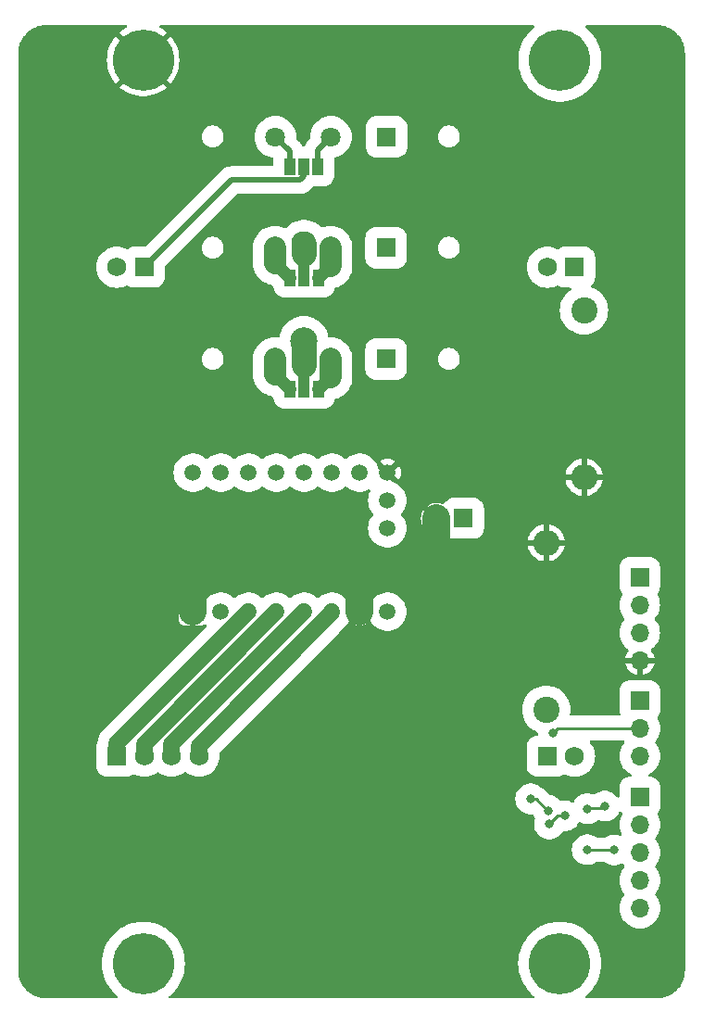
<source format=gbr>
%TF.GenerationSoftware,KiCad,Pcbnew,7.0.10-7.0.10~ubuntu22.04.1*%
%TF.CreationDate,2025-01-30T16:33:20-05:00*%
%TF.ProjectId,CoreIO,436f7265-494f-42e6-9b69-6361645f7063,rev?*%
%TF.SameCoordinates,Original*%
%TF.FileFunction,Copper,L2,Bot*%
%TF.FilePolarity,Positive*%
%FSLAX46Y46*%
G04 Gerber Fmt 4.6, Leading zero omitted, Abs format (unit mm)*
G04 Created by KiCad (PCBNEW 7.0.10-7.0.10~ubuntu22.04.1) date 2025-01-30 16:33:20*
%MOMM*%
%LPD*%
G01*
G04 APERTURE LIST*
%TA.AperFunction,ComponentPad*%
%ADD10R,1.700000X1.700000*%
%TD*%
%TA.AperFunction,ComponentPad*%
%ADD11O,1.700000X1.700000*%
%TD*%
%TA.AperFunction,ComponentPad*%
%ADD12C,3.600000*%
%TD*%
%TA.AperFunction,ConnectorPad*%
%ADD13C,5.600000*%
%TD*%
%TA.AperFunction,ComponentPad*%
%ADD14R,1.750000X1.750000*%
%TD*%
%TA.AperFunction,ComponentPad*%
%ADD15C,1.750000*%
%TD*%
%TA.AperFunction,ComponentPad*%
%ADD16R,1.800000X1.800000*%
%TD*%
%TA.AperFunction,ComponentPad*%
%ADD17C,1.800000*%
%TD*%
%TA.AperFunction,ComponentPad*%
%ADD18R,1.508000X1.508000*%
%TD*%
%TA.AperFunction,ComponentPad*%
%ADD19C,1.508000*%
%TD*%
%TA.AperFunction,ComponentPad*%
%ADD20C,2.400000*%
%TD*%
%TA.AperFunction,ComponentPad*%
%ADD21O,2.400000X2.400000*%
%TD*%
%TA.AperFunction,SMDPad,CuDef*%
%ADD22R,1.000000X1.500000*%
%TD*%
%TA.AperFunction,ViaPad*%
%ADD23C,0.800000*%
%TD*%
%TA.AperFunction,ViaPad*%
%ADD24C,2.500000*%
%TD*%
%TA.AperFunction,ViaPad*%
%ADD25C,2.300000*%
%TD*%
%TA.AperFunction,Conductor*%
%ADD26C,0.250000*%
%TD*%
%TA.AperFunction,Conductor*%
%ADD27C,0.508000*%
%TD*%
%TA.AperFunction,Conductor*%
%ADD28C,2.300000*%
%TD*%
%TA.AperFunction,Conductor*%
%ADD29C,1.000000*%
%TD*%
%TA.AperFunction,Conductor*%
%ADD30C,2.500000*%
%TD*%
%TA.AperFunction,Conductor*%
%ADD31C,1.500000*%
%TD*%
%TA.AperFunction,Conductor*%
%ADD32C,2.000000*%
%TD*%
%TA.AperFunction,Conductor*%
%ADD33C,1.200000*%
%TD*%
G04 APERTURE END LIST*
D10*
%TO.P,J5,1,Pin_1*%
%TO.N,/5V*%
X174210000Y-100970000D03*
D11*
%TO.P,J5,2,Pin_2*%
%TO.N,/V_BATT*%
X174210000Y-103510000D03*
%TO.P,J5,3,Pin_3*%
%TO.N,/3.3V*%
X174210000Y-106050000D03*
%TO.P,J5,4,Pin_4*%
%TO.N,GND*%
X174210000Y-108590000D03*
%TD*%
D12*
%TO.P,H4,1*%
%TO.N,N/C*%
X128821044Y-136276378D03*
D13*
X128821044Y-136276378D03*
%TD*%
D14*
%TO.P,J2,1,Pin_1*%
%TO.N,Net-(J2-Pin_1)*%
X128910400Y-72665000D03*
D15*
%TO.P,J2,2,Pin_2*%
%TO.N,Net-(J2-Pin_2)*%
X126410400Y-72665000D03*
%TD*%
D16*
%TO.P,S1,1*%
%TO.N,/SWITCH1*%
X151023176Y-81059176D03*
D17*
%TO.P,S1,2*%
%TO.N,Net-(JP1-A)*%
X145943176Y-81059176D03*
%TO.P,S1,3*%
%TO.N,Net-(JP1-B)*%
X140863176Y-81059176D03*
%TD*%
D14*
%TO.P,J3,1,Pin_1*%
%TO.N,/V_IGNITOR*%
X168255000Y-72665000D03*
D15*
%TO.P,J3,2,Pin_2*%
%TO.N,Net-(J3-Pin_2)*%
X165755000Y-72665000D03*
%TD*%
D16*
%TO.P,S2,1*%
%TO.N,/V_BATT*%
X151023058Y-70888941D03*
D17*
%TO.P,S2,2*%
%TO.N,Net-(JP2-A)*%
X145943058Y-70888941D03*
%TO.P,S2,3*%
%TO.N,Net-(JP2-B)*%
X140863058Y-70888941D03*
%TD*%
D12*
%TO.P,H3,1*%
%TO.N,N/C*%
X166909025Y-53739054D03*
D13*
X166909025Y-53739054D03*
%TD*%
D10*
%TO.P,Pyro2,1,Pin_1*%
%TO.N,/CONT 2*%
X174223940Y-121061705D03*
D11*
%TO.P,Pyro2,2,Pin_2*%
%TO.N,/CONT 1*%
X174223940Y-123601705D03*
%TO.P,Pyro2,3,Pin_3*%
%TO.N,/ARM*%
X174223940Y-126141705D03*
%TO.P,Pyro2,4,Pin_4*%
%TO.N,/PYRO 1*%
X174223940Y-128681705D03*
%TO.P,Pyro2,5,Pin_5*%
%TO.N,/PYRO 2*%
X174223940Y-131221705D03*
%TD*%
D14*
%TO.P,J4,1,Pin_1*%
%TO.N,/V_IGNITOR*%
X165755000Y-117348410D03*
D15*
%TO.P,J4,2,Pin_2*%
%TO.N,Net-(J4-Pin_2)*%
X168255000Y-117348410D03*
%TD*%
D14*
%TO.P,J1,1,Pin_1*%
%TO.N,Net-(J1-Pin_1)*%
X126410400Y-117348410D03*
D15*
%TO.P,J1,2,Pin_2*%
%TO.N,Net-(J1-Pin_2)*%
X128910400Y-117348410D03*
%TO.P,J1,3,Pin_3*%
%TO.N,Net-(J1-Pin_3)*%
X131410400Y-117348410D03*
%TO.P,J1,4,Pin_4*%
%TO.N,Net-(J1-Pin_4)*%
X133910400Y-117348410D03*
%TD*%
D18*
%TO.P,U1,1,GND*%
%TO.N,GND*%
X133350000Y-104140000D03*
D19*
%TO.P,U1,2,VIO*%
%TO.N,/3.3V*%
X135890000Y-104140000D03*
%TO.P,U1,3,M1B*%
%TO.N,Net-(J1-Pin_1)*%
X138430000Y-104140000D03*
%TO.P,U1,4,M1A*%
%TO.N,Net-(J1-Pin_2)*%
X140970000Y-104140000D03*
%TO.P,U1,5,M2A*%
%TO.N,Net-(J1-Pin_3)*%
X143510000Y-104140000D03*
%TO.P,U1,6,M2B*%
%TO.N,Net-(J1-Pin_4)*%
X146050000Y-104140000D03*
%TO.P,U1,7,GND*%
%TO.N,GND*%
X148590000Y-104140000D03*
%TO.P,U1,8,VM*%
%TO.N,/V_BATT*%
X151130000Y-104140000D03*
%TO.P,U1,9,DIR*%
%TO.N,/DIR*%
X133350000Y-91440000D03*
%TO.P,U1,10,STEP*%
%TO.N,/STEP*%
X135890000Y-91440000D03*
%TO.P,U1,11,PDN*%
%TO.N,unconnected-(U1-PDN-Pad11)*%
X138430000Y-91440000D03*
%TO.P,U1,12,UART*%
%TO.N,/UART*%
X140970000Y-91440000D03*
%TO.P,U1,13,SPRD*%
%TO.N,unconnected-(U1-SPRD-Pad13)*%
X143510000Y-91440000D03*
%TO.P,U1,14,MS2*%
%TO.N,unconnected-(U1-MS2-Pad14)*%
X146050000Y-91440000D03*
%TO.P,U1,15,MS1*%
%TO.N,unconnected-(U1-MS1-Pad15)*%
X148590000Y-91440000D03*
%TO.P,U1,16,~{EN}*%
%TO.N,GND*%
X151130000Y-91440000D03*
%TO.P,U1,17,INDEX*%
%TO.N,unconnected-(U1-INDEX-Pad17)*%
X151130000Y-96520000D03*
%TO.P,U1,18,DIAG*%
%TO.N,unconnected-(U1-DIAG-Pad18)*%
X151130000Y-93980000D03*
%TD*%
D12*
%TO.P,H2,1*%
%TO.N,N/C*%
X166902698Y-136268782D03*
D13*
X166902698Y-136268782D03*
%TD*%
D16*
%TO.P,S3,1*%
%TO.N,Net-(J2-Pin_2)*%
X151059176Y-60762470D03*
D17*
%TO.P,S3,2*%
%TO.N,Net-(JP3-A)*%
X145979176Y-60762470D03*
%TO.P,S3,3*%
%TO.N,Net-(JP3-B)*%
X140899176Y-60762470D03*
%TD*%
D12*
%TO.P,H1,1,1*%
%TO.N,GND*%
X128816000Y-53739054D03*
D13*
X128816000Y-53739054D03*
%TD*%
D10*
%TO.P,Stepper2,1,Pin_1*%
%TO.N,/UART*%
X174223940Y-112241705D03*
D11*
%TO.P,Stepper2,2,Pin_2*%
%TO.N,/DIR*%
X174223940Y-114781705D03*
%TO.P,Stepper2,3,Pin_3*%
%TO.N,/STEP*%
X174223940Y-117321705D03*
%TD*%
D14*
%TO.P,BT1,1,+*%
%TO.N,Net-(BT1-+)*%
X158095000Y-95610000D03*
D15*
%TO.P,BT1,2,-*%
%TO.N,GND*%
X155595000Y-95610000D03*
%TD*%
D20*
%TO.P,R4,1*%
%TO.N,Net-(Q1-Pad2)*%
X165658800Y-113080800D03*
D21*
%TO.P,R4,2*%
%TO.N,GND*%
X165658800Y-97840800D03*
%TD*%
D22*
%TO.P,JP3,1,A*%
%TO.N,Net-(JP3-A)*%
X144810000Y-63500000D03*
%TO.P,JP3,2,C*%
%TO.N,Net-(J2-Pin_1)*%
X143510000Y-63500000D03*
%TO.P,JP3,3,B*%
%TO.N,Net-(JP3-B)*%
X142210000Y-63500000D03*
%TD*%
%TO.P,JP2,1,A*%
%TO.N,Net-(JP2-A)*%
X144840000Y-73660000D03*
%TO.P,JP2,2,C*%
%TO.N,/V_IGNITOR*%
X143540000Y-73660000D03*
%TO.P,JP2,3,B*%
%TO.N,Net-(JP2-B)*%
X142240000Y-73660000D03*
%TD*%
D20*
%TO.P,R3,1*%
%TO.N,Net-(Q2-Pad2)*%
X169113200Y-76606400D03*
D21*
%TO.P,R3,2*%
%TO.N,GND*%
X169113200Y-91846400D03*
%TD*%
D22*
%TO.P,JP1,1,A*%
%TO.N,Net-(JP1-A)*%
X144840000Y-83820000D03*
%TO.P,JP1,2,C*%
%TO.N,/V_BATT*%
X143540000Y-83820000D03*
%TO.P,JP1,3,B*%
%TO.N,Net-(JP1-B)*%
X142240000Y-83820000D03*
%TD*%
D23*
%TO.N,/ARM*%
X169410000Y-125880000D03*
X171884281Y-125905143D03*
X164236400Y-121234200D03*
X165830000Y-122300000D03*
%TO.N,/CONT 2*%
X169430000Y-122140000D03*
X171010000Y-121890000D03*
X167350000Y-122790000D03*
X165950000Y-123540000D03*
D24*
%TO.N,/V_BATT*%
X143510000Y-79375000D03*
D23*
%TO.N,GND*%
X172237400Y-81280000D03*
X173126400Y-93218000D03*
X167110000Y-83700000D03*
X158115000Y-119634000D03*
X167055800Y-109016800D03*
X158115000Y-122859800D03*
X166580000Y-84380000D03*
X164693600Y-83845400D03*
X167690000Y-84400000D03*
D25*
%TO.N,/V_IGNITOR*%
X143510000Y-70485000D03*
D23*
%TO.N,/DIR*%
X166293800Y-115214400D03*
%TD*%
D26*
%TO.N,/ARM*%
X164236400Y-121234200D02*
X164408895Y-121061705D01*
X171805143Y-125880000D02*
X171780000Y-125880000D01*
X169410000Y-125880000D02*
X171754857Y-125880000D01*
X164734200Y-121234200D02*
X165800000Y-122300000D01*
X171754857Y-125880000D02*
X171884281Y-125905143D01*
X164236400Y-121234200D02*
X164734200Y-121234200D01*
X165830000Y-122330000D02*
X165740000Y-122240000D01*
X165800000Y-122300000D02*
X165830000Y-122300000D01*
X171884281Y-125905143D02*
X171805143Y-125880000D01*
X165830000Y-122300000D02*
X165830000Y-122330000D01*
%TO.N,/CONT 2*%
X165930000Y-123540000D02*
X165940000Y-123530000D01*
X171010000Y-121890000D02*
X170810000Y-122090000D01*
X169470000Y-122090000D02*
X169520000Y-122090000D01*
X165950000Y-123540000D02*
X165930000Y-123540000D01*
X167350000Y-122790000D02*
X166680000Y-122790000D01*
X165950000Y-123520000D02*
X165950000Y-123540000D01*
X169430000Y-122140000D02*
X169470000Y-122090000D01*
X169570000Y-122090000D02*
X169430000Y-122140000D01*
X170810000Y-122090000D02*
X169570000Y-122090000D01*
X166680000Y-122790000D02*
X165950000Y-123520000D01*
D27*
%TO.N,/V_BATT*%
X143540000Y-81945000D02*
X143510000Y-81915000D01*
D28*
X143510000Y-81620000D02*
X143540000Y-81620000D01*
X143510000Y-79375000D02*
X143510000Y-81620000D01*
D29*
X143540000Y-83820000D02*
X143540000Y-81945000D01*
D30*
%TO.N,GND*%
X155595000Y-97770000D02*
X155575000Y-97790000D01*
X155595000Y-95610000D02*
X155595000Y-97770000D01*
X148590000Y-104140000D02*
X148590000Y-101600000D01*
X133350000Y-104140000D02*
X133350000Y-101600000D01*
D28*
%TO.N,/V_IGNITOR*%
X143510000Y-70485000D02*
X143510000Y-71460000D01*
D29*
X143540000Y-71490000D02*
X143540000Y-73660000D01*
D27*
X143510000Y-71460000D02*
X143540000Y-71490000D01*
D31*
%TO.N,Net-(J1-Pin_1)*%
X126410400Y-116159600D02*
X126410400Y-117348410D01*
X138430000Y-104140000D02*
X126410400Y-116159600D01*
%TO.N,Net-(J1-Pin_2)*%
X128910400Y-116199600D02*
X128910400Y-117348410D01*
X140970000Y-104140000D02*
X128910400Y-116199600D01*
%TO.N,Net-(J1-Pin_3)*%
X143510000Y-104140000D02*
X131410400Y-116239600D01*
X131410400Y-116239600D02*
X131410400Y-117348410D01*
%TO.N,Net-(J1-Pin_4)*%
X146050000Y-104140000D02*
X146050000Y-104241600D01*
X146050000Y-104241600D02*
X133910400Y-116381200D01*
X133910400Y-116381200D02*
X133910400Y-117348410D01*
D27*
%TO.N,Net-(J2-Pin_1)*%
X143164000Y-64704000D02*
X136871400Y-64704000D01*
D26*
X143510000Y-63500000D02*
X143510000Y-64100000D01*
D27*
X143510000Y-63500000D02*
X143510000Y-64358000D01*
X143510000Y-64358000D02*
X143164000Y-64704000D01*
X136871400Y-64704000D02*
X128910400Y-72665000D01*
D32*
%TO.N,Net-(JP1-A)*%
X145943176Y-82716824D02*
X145943176Y-81059176D01*
D33*
X144840000Y-83820000D02*
X145943176Y-82716824D01*
D32*
%TO.N,Net-(JP1-B)*%
X140863176Y-82443176D02*
X140863176Y-81059176D01*
D33*
X142240000Y-83820000D02*
X140863176Y-82443176D01*
%TO.N,Net-(JP2-A)*%
X144840000Y-73660000D02*
X145943058Y-72556942D01*
D32*
X145943058Y-72556942D02*
X145943058Y-70888941D01*
%TO.N,Net-(JP2-B)*%
X140863058Y-72283058D02*
X140863058Y-70888941D01*
D33*
X142240000Y-73660000D02*
X140863058Y-72283058D01*
D27*
%TO.N,Net-(JP3-A)*%
X144810000Y-63500000D02*
X144810000Y-61931646D01*
X144810000Y-61931646D02*
X145979176Y-60762470D01*
%TO.N,Net-(JP3-B)*%
X142210000Y-62073294D02*
X140899176Y-60762470D01*
X142210000Y-63500000D02*
X142210000Y-62073294D01*
D26*
%TO.N,/DIR*%
X166293800Y-115214400D02*
X166726495Y-114781705D01*
X166726495Y-114781705D02*
X174223940Y-114781705D01*
%TD*%
%TA.AperFunction,Conductor*%
%TO.N,GND*%
G36*
X127310880Y-50577207D02*
G01*
X127357373Y-50630863D01*
X127367477Y-50701137D01*
X127337983Y-50765717D01*
X127295665Y-50797560D01*
X127264223Y-50812106D01*
X126956867Y-50997036D01*
X126956861Y-50997040D01*
X126671299Y-51214121D01*
X126660502Y-51224347D01*
X127875204Y-52439049D01*
X127872635Y-52440624D01*
X127681130Y-52604184D01*
X127517570Y-52795689D01*
X127515995Y-52798258D01*
X126304168Y-51586431D01*
X126178654Y-51734199D01*
X125977352Y-52031097D01*
X125977350Y-52031101D01*
X125809330Y-52348023D01*
X125809326Y-52348032D01*
X125676559Y-52681252D01*
X125580592Y-53026891D01*
X125522561Y-53380870D01*
X125503141Y-53739050D01*
X125503141Y-53739057D01*
X125522561Y-54097237D01*
X125580592Y-54451216D01*
X125676559Y-54796855D01*
X125809326Y-55130075D01*
X125809330Y-55130084D01*
X125977350Y-55447006D01*
X125977352Y-55447010D01*
X126178654Y-55743908D01*
X126304167Y-55891675D01*
X127515994Y-54679848D01*
X127517570Y-54682419D01*
X127681130Y-54873924D01*
X127872635Y-55037484D01*
X127875203Y-55039058D01*
X126660502Y-56253759D01*
X126660502Y-56253760D01*
X126671297Y-56263986D01*
X126671300Y-56263988D01*
X126956849Y-56481059D01*
X126956867Y-56481071D01*
X127264227Y-56666003D01*
X127264234Y-56666007D01*
X127589766Y-56816615D01*
X127589785Y-56816623D01*
X127929706Y-56931155D01*
X127929723Y-56931160D01*
X128280022Y-57008267D01*
X128280050Y-57008272D01*
X128636637Y-57047053D01*
X128636653Y-57047054D01*
X128995347Y-57047054D01*
X128995362Y-57047053D01*
X129351949Y-57008272D01*
X129351977Y-57008267D01*
X129702276Y-56931160D01*
X129702293Y-56931155D01*
X130042214Y-56816623D01*
X130042233Y-56816615D01*
X130367765Y-56666007D01*
X130367772Y-56666003D01*
X130675132Y-56481071D01*
X130675138Y-56481067D01*
X130960701Y-56263986D01*
X130971495Y-56253760D01*
X130971495Y-56253758D01*
X129756795Y-55039058D01*
X129759365Y-55037484D01*
X129950870Y-54873924D01*
X130114430Y-54682419D01*
X130116004Y-54679849D01*
X131327830Y-55891675D01*
X131327831Y-55891675D01*
X131453340Y-55743916D01*
X131453342Y-55743912D01*
X131654647Y-55447010D01*
X131654649Y-55447006D01*
X131822669Y-55130084D01*
X131822673Y-55130075D01*
X131955440Y-54796855D01*
X132051407Y-54451216D01*
X132109438Y-54097237D01*
X132128859Y-53739057D01*
X132128859Y-53739050D01*
X132109438Y-53380870D01*
X132051407Y-53026891D01*
X131955440Y-52681252D01*
X131822673Y-52348032D01*
X131822669Y-52348023D01*
X131654649Y-52031101D01*
X131654647Y-52031097D01*
X131453348Y-51734204D01*
X131327830Y-51586432D01*
X130116004Y-52798258D01*
X130114430Y-52795689D01*
X129950870Y-52604184D01*
X129759365Y-52440624D01*
X129756795Y-52439049D01*
X130971496Y-51224347D01*
X130971496Y-51224346D01*
X130960702Y-51214121D01*
X130960699Y-51214119D01*
X130675150Y-50997048D01*
X130675132Y-50997036D01*
X130367776Y-50812106D01*
X130336335Y-50797560D01*
X130282909Y-50750803D01*
X130263243Y-50682585D01*
X130283580Y-50614563D01*
X130337463Y-50568335D01*
X130389241Y-50557205D01*
X164440623Y-50557205D01*
X164508744Y-50577207D01*
X164555237Y-50630863D01*
X164565341Y-50701137D01*
X164535847Y-50765717D01*
X164522701Y-50778804D01*
X164487860Y-50808714D01*
X164287243Y-50980936D01*
X164021667Y-51260322D01*
X164021660Y-51260330D01*
X164021659Y-51260332D01*
X163864206Y-51463744D01*
X163785705Y-51565159D01*
X163581800Y-51892293D01*
X163581800Y-51892294D01*
X163412040Y-52238372D01*
X163278160Y-52599857D01*
X163181536Y-52973039D01*
X163181534Y-52973048D01*
X163123165Y-53354062D01*
X163123163Y-53354081D01*
X163103641Y-53739048D01*
X163103641Y-53739059D01*
X163123163Y-54124026D01*
X163123165Y-54124045D01*
X163181534Y-54505059D01*
X163181536Y-54505068D01*
X163278160Y-54878250D01*
X163412040Y-55239735D01*
X163513712Y-55447006D01*
X163581800Y-55585814D01*
X163785705Y-55912949D01*
X164021659Y-56217776D01*
X164021664Y-56217781D01*
X164021667Y-56217785D01*
X164247094Y-56454934D01*
X164287241Y-56497169D01*
X164579727Y-56748259D01*
X164896114Y-56968471D01*
X165233156Y-57155545D01*
X165587395Y-57307561D01*
X165955196Y-57422959D01*
X166332784Y-57500556D01*
X166716285Y-57539554D01*
X166716286Y-57539554D01*
X167101764Y-57539554D01*
X167101765Y-57539554D01*
X167485266Y-57500556D01*
X167862854Y-57422959D01*
X168230655Y-57307561D01*
X168584894Y-57155545D01*
X168921936Y-56968471D01*
X169238323Y-56748259D01*
X169530809Y-56497169D01*
X169796391Y-56217776D01*
X170032345Y-55912949D01*
X170236250Y-55585814D01*
X170406012Y-55239729D01*
X170539891Y-54878246D01*
X170636513Y-54505072D01*
X170694885Y-54124038D01*
X170696245Y-54097237D01*
X170714409Y-53739059D01*
X170714409Y-53739048D01*
X170694886Y-53354081D01*
X170694884Y-53354062D01*
X170636515Y-52973048D01*
X170636513Y-52973039D01*
X170636513Y-52973036D01*
X170539891Y-52599862D01*
X170406012Y-52238379D01*
X170405170Y-52236663D01*
X170349401Y-52122970D01*
X170236250Y-51892294D01*
X170032345Y-51565159D01*
X169796391Y-51260332D01*
X169796384Y-51260324D01*
X169796382Y-51260322D01*
X169530806Y-50980936D01*
X169355684Y-50830600D01*
X169295352Y-50778807D01*
X169256696Y-50719260D01*
X169256369Y-50648264D01*
X169294476Y-50588362D01*
X169358921Y-50558571D01*
X169377427Y-50557205D01*
X175800399Y-50557205D01*
X175807464Y-50557402D01*
X175919578Y-50563700D01*
X176088178Y-50573902D01*
X176101651Y-50575450D01*
X176233501Y-50597854D01*
X176234876Y-50598096D01*
X176380053Y-50624703D01*
X176392192Y-50627557D01*
X176524707Y-50665736D01*
X176527172Y-50666476D01*
X176663993Y-50709113D01*
X176674688Y-50712985D01*
X176803616Y-50766391D01*
X176807008Y-50767856D01*
X176936154Y-50825981D01*
X176945376Y-50830595D01*
X177068249Y-50898507D01*
X177072420Y-50900919D01*
X177192860Y-50973730D01*
X177200568Y-50978784D01*
X177296345Y-51046743D01*
X177315412Y-51060272D01*
X177320188Y-51063835D01*
X177430614Y-51150349D01*
X177436866Y-51155583D01*
X177542001Y-51249539D01*
X177547137Y-51254394D01*
X177646243Y-51353502D01*
X177651084Y-51358622D01*
X177745034Y-51463754D01*
X177750261Y-51469998D01*
X177836806Y-51580467D01*
X177840382Y-51585262D01*
X177921827Y-51700051D01*
X177926893Y-51707777D01*
X177991583Y-51814786D01*
X177999675Y-51828173D01*
X178002123Y-51832404D01*
X178070026Y-51955268D01*
X178074647Y-51964505D01*
X178132729Y-52093560D01*
X178134223Y-52097018D01*
X178182122Y-52212658D01*
X178187620Y-52225930D01*
X178191506Y-52236663D01*
X178234109Y-52373384D01*
X178234890Y-52375988D01*
X178273050Y-52508446D01*
X178275910Y-52520615D01*
X178302471Y-52665556D01*
X178302755Y-52667162D01*
X178325158Y-52799018D01*
X178326707Y-52812498D01*
X178336535Y-52974591D01*
X178336568Y-52975151D01*
X178343242Y-53093978D01*
X178343440Y-53101044D01*
X178343440Y-136913164D01*
X178343242Y-136920230D01*
X178336965Y-137031979D01*
X178336933Y-137032520D01*
X178326747Y-137200929D01*
X178325197Y-137214429D01*
X178302803Y-137346226D01*
X178302519Y-137347831D01*
X178275952Y-137492801D01*
X178273092Y-137504971D01*
X178234928Y-137637440D01*
X178234147Y-137640043D01*
X178191548Y-137776749D01*
X178187662Y-137787482D01*
X178134273Y-137916376D01*
X178132764Y-137919869D01*
X178074678Y-138048933D01*
X178070056Y-138058170D01*
X178002172Y-138180998D01*
X177999722Y-138185235D01*
X177926934Y-138305641D01*
X177921867Y-138313368D01*
X177840394Y-138428194D01*
X177836819Y-138432987D01*
X177750307Y-138543414D01*
X177745073Y-138549668D01*
X177651113Y-138654811D01*
X177646256Y-138659947D01*
X177547167Y-138759036D01*
X177542032Y-138763891D01*
X177436894Y-138857849D01*
X177430642Y-138863083D01*
X177320229Y-138949588D01*
X177315435Y-138953164D01*
X177200584Y-139034657D01*
X177192856Y-139039725D01*
X177072505Y-139112482D01*
X177068269Y-139114932D01*
X176945389Y-139182847D01*
X176936152Y-139187468D01*
X176807114Y-139245545D01*
X176803620Y-139247054D01*
X176674711Y-139300451D01*
X176663979Y-139304337D01*
X176527255Y-139346944D01*
X176524651Y-139347725D01*
X176392215Y-139385881D01*
X176380046Y-139388742D01*
X176235054Y-139415315D01*
X176233447Y-139415598D01*
X176101685Y-139437987D01*
X176088174Y-139439539D01*
X175914663Y-139450018D01*
X175914134Y-139450049D01*
X175818386Y-139455427D01*
X175808070Y-139456007D01*
X175801005Y-139456205D01*
X169364607Y-139456205D01*
X169296486Y-139436203D01*
X169249993Y-139382547D01*
X169239889Y-139312273D01*
X169269383Y-139247693D01*
X169282528Y-139234606D01*
X169524482Y-139026897D01*
X169790064Y-138747504D01*
X170026018Y-138442677D01*
X170229923Y-138115542D01*
X170399685Y-137769457D01*
X170533564Y-137407974D01*
X170630186Y-137034800D01*
X170688558Y-136653766D01*
X170708082Y-136268782D01*
X170688944Y-135891405D01*
X170688559Y-135883809D01*
X170688557Y-135883790D01*
X170630188Y-135502776D01*
X170630186Y-135502767D01*
X170630186Y-135502764D01*
X170533564Y-135129590D01*
X170399685Y-134768107D01*
X170229923Y-134422022D01*
X170026018Y-134094887D01*
X169790064Y-133790060D01*
X169790057Y-133790052D01*
X169790055Y-133790050D01*
X169584701Y-133574018D01*
X169524482Y-133510667D01*
X169231996Y-133259577D01*
X168915609Y-133039365D01*
X168578567Y-132852291D01*
X168576133Y-132851246D01*
X168224327Y-132700274D01*
X167856524Y-132584876D01*
X167739091Y-132560743D01*
X167478939Y-132507280D01*
X167478930Y-132507279D01*
X167095439Y-132468282D01*
X167095438Y-132468282D01*
X166709958Y-132468282D01*
X166709956Y-132468282D01*
X166326465Y-132507279D01*
X166326463Y-132507279D01*
X166326457Y-132507280D01*
X166129235Y-132547810D01*
X165948871Y-132584876D01*
X165581068Y-132700274D01*
X165226835Y-132852288D01*
X165226831Y-132852289D01*
X165226829Y-132852291D01*
X165213144Y-132859887D01*
X164889786Y-133039365D01*
X164573403Y-133259574D01*
X164280916Y-133510664D01*
X164015340Y-133790050D01*
X164015333Y-133790058D01*
X164015332Y-133790060D01*
X163779378Y-134094887D01*
X163575473Y-134422021D01*
X163575473Y-134422022D01*
X163405713Y-134768100D01*
X163271833Y-135129585D01*
X163175209Y-135502767D01*
X163175207Y-135502776D01*
X163116838Y-135883790D01*
X163116836Y-135883809D01*
X163097314Y-136268776D01*
X163097314Y-136268787D01*
X163116836Y-136653754D01*
X163116838Y-136653773D01*
X163175207Y-137034787D01*
X163175209Y-137034796D01*
X163271833Y-137407978D01*
X163405713Y-137769463D01*
X163477778Y-137916376D01*
X163575473Y-138115542D01*
X163779378Y-138442677D01*
X164015332Y-138747504D01*
X164015337Y-138747509D01*
X164015340Y-138747513D01*
X164207437Y-138949599D01*
X164280914Y-139026897D01*
X164522863Y-139234602D01*
X164561520Y-139294150D01*
X164561847Y-139365146D01*
X164523740Y-139425048D01*
X164459295Y-139454839D01*
X164440789Y-139456205D01*
X131291801Y-139456205D01*
X131223680Y-139436203D01*
X131177187Y-139382547D01*
X131167083Y-139312273D01*
X131196577Y-139247693D01*
X131209729Y-139234601D01*
X131270016Y-139182847D01*
X131442828Y-139034493D01*
X131708410Y-138755100D01*
X131944364Y-138450273D01*
X132148269Y-138123138D01*
X132318031Y-137777053D01*
X132451910Y-137415570D01*
X132548532Y-137042396D01*
X132606904Y-136661362D01*
X132607290Y-136653766D01*
X132626428Y-136276383D01*
X132626428Y-136276372D01*
X132606905Y-135891405D01*
X132606903Y-135891386D01*
X132548534Y-135510372D01*
X132548532Y-135510363D01*
X132548532Y-135510360D01*
X132451910Y-135137186D01*
X132318031Y-134775703D01*
X132148269Y-134429618D01*
X131944364Y-134102483D01*
X131708410Y-133797656D01*
X131708403Y-133797648D01*
X131708401Y-133797646D01*
X131442825Y-133518260D01*
X131298162Y-133394072D01*
X131150342Y-133267173D01*
X131139424Y-133259574D01*
X130833955Y-133046961D01*
X130752556Y-133001781D01*
X130496913Y-132859887D01*
X130479205Y-132852288D01*
X130142673Y-132707870D01*
X129774870Y-132592472D01*
X129657437Y-132568339D01*
X129397285Y-132514876D01*
X129397276Y-132514875D01*
X129013785Y-132475878D01*
X129013784Y-132475878D01*
X128628304Y-132475878D01*
X128628302Y-132475878D01*
X128244811Y-132514875D01*
X128244809Y-132514875D01*
X128244803Y-132514876D01*
X128047581Y-132555406D01*
X127867217Y-132592472D01*
X127499414Y-132707870D01*
X127145181Y-132859884D01*
X127145177Y-132859885D01*
X127145175Y-132859887D01*
X127056190Y-132909278D01*
X126808132Y-133046961D01*
X126491749Y-133267170D01*
X126199262Y-133518260D01*
X125933686Y-133797646D01*
X125697724Y-134102483D01*
X125493819Y-134429617D01*
X125493819Y-134429618D01*
X125324059Y-134775696D01*
X125190179Y-135137181D01*
X125093555Y-135510363D01*
X125093553Y-135510372D01*
X125035184Y-135891386D01*
X125035182Y-135891405D01*
X125015660Y-136276372D01*
X125015660Y-136276383D01*
X125035182Y-136661350D01*
X125035184Y-136661369D01*
X125093553Y-137042383D01*
X125093555Y-137042392D01*
X125190179Y-137415574D01*
X125324059Y-137777059D01*
X125392398Y-137916376D01*
X125493819Y-138123138D01*
X125697724Y-138450273D01*
X125933678Y-138755100D01*
X125933683Y-138755105D01*
X125933686Y-138755109D01*
X126073488Y-138902181D01*
X126192041Y-139026899D01*
X126199266Y-139034499D01*
X126432359Y-139234601D01*
X126471018Y-139294150D01*
X126471346Y-139365145D01*
X126433238Y-139425048D01*
X126368794Y-139454838D01*
X126350287Y-139456205D01*
X119927476Y-139456205D01*
X119920414Y-139456007D01*
X119910968Y-139455476D01*
X119808628Y-139449730D01*
X119808086Y-139449698D01*
X119639715Y-139439516D01*
X119626218Y-139437966D01*
X119494407Y-139415573D01*
X119492799Y-139415289D01*
X119347832Y-139388724D01*
X119335663Y-139385864D01*
X119203211Y-139347707D01*
X119200608Y-139346926D01*
X119063882Y-139304323D01*
X119053148Y-139300437D01*
X118924282Y-139247061D01*
X118920788Y-139245552D01*
X118791699Y-139187455D01*
X118782463Y-139182834D01*
X118659631Y-139114949D01*
X118655395Y-139112499D01*
X118534989Y-139039713D01*
X118527260Y-139034645D01*
X118412435Y-138953174D01*
X118407642Y-138949599D01*
X118297205Y-138863080D01*
X118290951Y-138857845D01*
X118185830Y-138763904D01*
X118180694Y-138759049D01*
X118081590Y-138659947D01*
X118076735Y-138654811D01*
X117982765Y-138549660D01*
X117977545Y-138543425D01*
X117891000Y-138432960D01*
X117887481Y-138428242D01*
X117805969Y-138313364D01*
X117800917Y-138305660D01*
X117728105Y-138185216D01*
X117725697Y-138181052D01*
X117657774Y-138058155D01*
X117653157Y-138048926D01*
X117595081Y-137919887D01*
X117593572Y-137916395D01*
X117582827Y-137890454D01*
X117540172Y-137787479D01*
X117536297Y-137776779D01*
X117493666Y-137639973D01*
X117492907Y-137637440D01*
X117454741Y-137504966D01*
X117451882Y-137492800D01*
X117425328Y-137347901D01*
X117425044Y-137346296D01*
X117424472Y-137342927D01*
X117402639Y-137214429D01*
X117401092Y-137200952D01*
X117390514Y-137025670D01*
X117384638Y-136921036D01*
X117384440Y-136913972D01*
X117384440Y-121234200D01*
X162831100Y-121234200D01*
X162850266Y-121465508D01*
X162850267Y-121465514D01*
X162907242Y-121690499D01*
X162907244Y-121690503D01*
X163000475Y-121903048D01*
X163044048Y-121969742D01*
X163127421Y-122097353D01*
X163284616Y-122268113D01*
X163446372Y-122394012D01*
X163467773Y-122410669D01*
X163467774Y-122410670D01*
X163671897Y-122521136D01*
X163671899Y-122521137D01*
X163781740Y-122558845D01*
X163891419Y-122596498D01*
X164120351Y-122634700D01*
X164120355Y-122634700D01*
X164352452Y-122634700D01*
X164357639Y-122634270D01*
X164357765Y-122635798D01*
X164421342Y-122643473D01*
X164476038Y-122688738D01*
X164493755Y-122728311D01*
X164500843Y-122756301D01*
X164500844Y-122756303D01*
X164594074Y-122968847D01*
X164604096Y-122984185D01*
X164624610Y-123052153D01*
X164620758Y-123084033D01*
X164563868Y-123308682D01*
X164563866Y-123308691D01*
X164544700Y-123540000D01*
X164563866Y-123771308D01*
X164563867Y-123771314D01*
X164620842Y-123996299D01*
X164620844Y-123996303D01*
X164714075Y-124208848D01*
X164820924Y-124372393D01*
X164841021Y-124403153D01*
X164998216Y-124573913D01*
X165164749Y-124703530D01*
X165181373Y-124716469D01*
X165181374Y-124716470D01*
X165385497Y-124826936D01*
X165385499Y-124826937D01*
X165500754Y-124866504D01*
X165605019Y-124902298D01*
X165833951Y-124940500D01*
X165833955Y-124940500D01*
X166066045Y-124940500D01*
X166066049Y-124940500D01*
X166294981Y-124902298D01*
X166514503Y-124826936D01*
X166718626Y-124716470D01*
X166901784Y-124573913D01*
X167058979Y-124403153D01*
X167160617Y-124247585D01*
X167214621Y-124201496D01*
X167266100Y-124190500D01*
X167466045Y-124190500D01*
X167466049Y-124190500D01*
X167694981Y-124152298D01*
X167914503Y-124076936D01*
X168118626Y-123966470D01*
X168301784Y-123823913D01*
X168458979Y-123653153D01*
X168585924Y-123458849D01*
X168595889Y-123436130D01*
X168641566Y-123381783D01*
X168709378Y-123360757D01*
X168771243Y-123375928D01*
X168865497Y-123426936D01*
X169085019Y-123502298D01*
X169313951Y-123540500D01*
X169313955Y-123540500D01*
X169546045Y-123540500D01*
X169546049Y-123540500D01*
X169774981Y-123502298D01*
X169994503Y-123426936D01*
X170198626Y-123316470D01*
X170281075Y-123252298D01*
X170294219Y-123242068D01*
X170360261Y-123216012D01*
X170371609Y-123215500D01*
X170536804Y-123215500D01*
X170577716Y-123222327D01*
X170665019Y-123252298D01*
X170893951Y-123290500D01*
X170893955Y-123290500D01*
X171126045Y-123290500D01*
X171126049Y-123290500D01*
X171354981Y-123252298D01*
X171574503Y-123176936D01*
X171778626Y-123066470D01*
X171961784Y-122923913D01*
X172118979Y-122753153D01*
X172245924Y-122558849D01*
X172248978Y-122551887D01*
X172294389Y-122448361D01*
X172340070Y-122394012D01*
X172407882Y-122372988D01*
X172476296Y-122391964D01*
X172521456Y-122440635D01*
X172534242Y-122465112D01*
X172601641Y-122547770D01*
X172601642Y-122547771D01*
X172629188Y-122613206D01*
X172616985Y-122683146D01*
X172614578Y-122687781D01*
X172536365Y-122831016D01*
X172443863Y-123079026D01*
X172387596Y-123337682D01*
X172368713Y-123601705D01*
X172387596Y-123865727D01*
X172443863Y-124124383D01*
X172536365Y-124372393D01*
X172566144Y-124426928D01*
X172581235Y-124496302D01*
X172556424Y-124562822D01*
X172499588Y-124605369D01*
X172428773Y-124610433D01*
X172414644Y-124606486D01*
X172229266Y-124542846D01*
X172229259Y-124542844D01*
X172131281Y-124526495D01*
X172000330Y-124504643D01*
X171768232Y-124504643D01*
X171653664Y-124523761D01*
X171539302Y-124542844D01*
X171539295Y-124542846D01*
X171319780Y-124618205D01*
X171319778Y-124618206D01*
X171115655Y-124728672D01*
X171111290Y-124731525D01*
X171110514Y-124730337D01*
X171050557Y-124753989D01*
X171039216Y-124754500D01*
X170287368Y-124754500D01*
X170219247Y-124734498D01*
X170209977Y-124727931D01*
X170178634Y-124703535D01*
X170178625Y-124703529D01*
X169974502Y-124593063D01*
X169974500Y-124593062D01*
X169754985Y-124517703D01*
X169754978Y-124517701D01*
X169657000Y-124501352D01*
X169526049Y-124479500D01*
X169293951Y-124479500D01*
X169179383Y-124498618D01*
X169065021Y-124517701D01*
X169065014Y-124517703D01*
X168845499Y-124593062D01*
X168845497Y-124593063D01*
X168641374Y-124703529D01*
X168641373Y-124703530D01*
X168458213Y-124846089D01*
X168301018Y-125016850D01*
X168174075Y-125211151D01*
X168080844Y-125423696D01*
X168080842Y-125423700D01*
X168023867Y-125648685D01*
X168023866Y-125648691D01*
X168004700Y-125880000D01*
X168023866Y-126111308D01*
X168023867Y-126111314D01*
X168080842Y-126336299D01*
X168080844Y-126336303D01*
X168174075Y-126548848D01*
X168174076Y-126548849D01*
X168301021Y-126743153D01*
X168417518Y-126869703D01*
X168456817Y-126912394D01*
X168458216Y-126913913D01*
X168641373Y-127056469D01*
X168641374Y-127056470D01*
X168845497Y-127166936D01*
X168845499Y-127166937D01*
X168892010Y-127182904D01*
X169065019Y-127242298D01*
X169293951Y-127280500D01*
X169293955Y-127280500D01*
X169526045Y-127280500D01*
X169526049Y-127280500D01*
X169754981Y-127242298D01*
X169974503Y-127166936D01*
X170178626Y-127056470D01*
X170209977Y-127032069D01*
X170276019Y-127006012D01*
X170287368Y-127005500D01*
X170974609Y-127005500D01*
X171042730Y-127025502D01*
X171051995Y-127032064D01*
X171115654Y-127081612D01*
X171115655Y-127081613D01*
X171319778Y-127192079D01*
X171319780Y-127192080D01*
X171435035Y-127231647D01*
X171539300Y-127267441D01*
X171768232Y-127305643D01*
X171768236Y-127305643D01*
X172000326Y-127305643D01*
X172000330Y-127305643D01*
X172229262Y-127267441D01*
X172448784Y-127192079D01*
X172530974Y-127147599D01*
X172600403Y-127132769D01*
X172666830Y-127157829D01*
X172691811Y-127182904D01*
X172806564Y-127336196D01*
X172831375Y-127402716D01*
X172816284Y-127472090D01*
X172806564Y-127487214D01*
X172663222Y-127678696D01*
X172536367Y-127911012D01*
X172536366Y-127911016D01*
X172443863Y-128159026D01*
X172387596Y-128417682D01*
X172368713Y-128681705D01*
X172387596Y-128945727D01*
X172443863Y-129204383D01*
X172536366Y-129452393D01*
X172536367Y-129452397D01*
X172663222Y-129684713D01*
X172806564Y-129876196D01*
X172831375Y-129942716D01*
X172816283Y-130012090D01*
X172806564Y-130027214D01*
X172663222Y-130218696D01*
X172536367Y-130451012D01*
X172536366Y-130451016D01*
X172443863Y-130699026D01*
X172387596Y-130957682D01*
X172368713Y-131221705D01*
X172387596Y-131485727D01*
X172443863Y-131744383D01*
X172536366Y-131992393D01*
X172536367Y-131992397D01*
X172663222Y-132224713D01*
X172821854Y-132436621D01*
X172821862Y-132436630D01*
X173009014Y-132623782D01*
X173009023Y-132623790D01*
X173009025Y-132623792D01*
X173220929Y-132782421D01*
X173453251Y-132909279D01*
X173701262Y-133001782D01*
X173959914Y-133058048D01*
X174223940Y-133076932D01*
X174487966Y-133058048D01*
X174746618Y-133001782D01*
X174994629Y-132909279D01*
X175226951Y-132782421D01*
X175438855Y-132623792D01*
X175626027Y-132436620D01*
X175784656Y-132224716D01*
X175911514Y-131992394D01*
X176004017Y-131744383D01*
X176060283Y-131485731D01*
X176079167Y-131221705D01*
X176060283Y-130957679D01*
X176004017Y-130699027D01*
X175911514Y-130451016D01*
X175784656Y-130218694D01*
X175641313Y-130027210D01*
X175616504Y-129960694D01*
X175631595Y-129891320D01*
X175641307Y-129876207D01*
X175784656Y-129684716D01*
X175911514Y-129452394D01*
X176004017Y-129204383D01*
X176060283Y-128945731D01*
X176079167Y-128681705D01*
X176060283Y-128417679D01*
X176004017Y-128159027D01*
X175911514Y-127911016D01*
X175784656Y-127678694D01*
X175641313Y-127487210D01*
X175616504Y-127420694D01*
X175631595Y-127351320D01*
X175641307Y-127336207D01*
X175784656Y-127144716D01*
X175911514Y-126912394D01*
X176004017Y-126664383D01*
X176060283Y-126405731D01*
X176079167Y-126141705D01*
X176060283Y-125877679D01*
X176004017Y-125619027D01*
X175911514Y-125371016D01*
X175784656Y-125138694D01*
X175641313Y-124947210D01*
X175616504Y-124880694D01*
X175631595Y-124811320D01*
X175641307Y-124796207D01*
X175784656Y-124604716D01*
X175911514Y-124372394D01*
X176004017Y-124124383D01*
X176060283Y-123865731D01*
X176079167Y-123601705D01*
X176060283Y-123337679D01*
X176004017Y-123079027D01*
X175911514Y-122831016D01*
X175911512Y-122831012D01*
X175833302Y-122687782D01*
X175818210Y-122618408D01*
X175843021Y-122551887D01*
X175846224Y-122547787D01*
X175913638Y-122465112D01*
X176007849Y-122284754D01*
X176063826Y-122089123D01*
X176074440Y-121969742D01*
X176074439Y-120153669D01*
X176063826Y-120034287D01*
X176007849Y-119838656D01*
X175913638Y-119658298D01*
X175785049Y-119500596D01*
X175627347Y-119372007D01*
X175627345Y-119372006D01*
X175627344Y-119372005D01*
X175446991Y-119277797D01*
X175446990Y-119277796D01*
X175446989Y-119277796D01*
X175251358Y-119221819D01*
X175131977Y-119211205D01*
X175131974Y-119211205D01*
X175118491Y-119211205D01*
X175050370Y-119191203D01*
X175003877Y-119137547D01*
X174993773Y-119067273D01*
X175023267Y-119002693D01*
X175058103Y-118974619D01*
X175226951Y-118882421D01*
X175438855Y-118723792D01*
X175626027Y-118536620D01*
X175784656Y-118324716D01*
X175911514Y-118092394D01*
X176004017Y-117844383D01*
X176060283Y-117585731D01*
X176079167Y-117321705D01*
X176060283Y-117057679D01*
X176004017Y-116799027D01*
X175911514Y-116551016D01*
X175784656Y-116318694D01*
X175641313Y-116127210D01*
X175616504Y-116060694D01*
X175631595Y-115991320D01*
X175641307Y-115976207D01*
X175784656Y-115784716D01*
X175911514Y-115552394D01*
X176004017Y-115304383D01*
X176060283Y-115045731D01*
X176079167Y-114781705D01*
X176060283Y-114517679D01*
X176004017Y-114259027D01*
X175911514Y-114011016D01*
X175864383Y-113924702D01*
X175833302Y-113867782D01*
X175818210Y-113798408D01*
X175843021Y-113731887D01*
X175846224Y-113727787D01*
X175913638Y-113645112D01*
X176007849Y-113464754D01*
X176063826Y-113269123D01*
X176074440Y-113149742D01*
X176074439Y-111333669D01*
X176063826Y-111214287D01*
X176007849Y-111018656D01*
X175913638Y-110838298D01*
X175785049Y-110680596D01*
X175627347Y-110552007D01*
X175627345Y-110552006D01*
X175627344Y-110552005D01*
X175446991Y-110457797D01*
X175446990Y-110457796D01*
X175446989Y-110457796D01*
X175251358Y-110401819D01*
X175131977Y-110391205D01*
X175131972Y-110391205D01*
X173315912Y-110391205D01*
X173315902Y-110391206D01*
X173196528Y-110401818D01*
X173196525Y-110401818D01*
X173196522Y-110401819D01*
X173000891Y-110457796D01*
X173000888Y-110457797D01*
X172820535Y-110552005D01*
X172662831Y-110680596D01*
X172534240Y-110838300D01*
X172440032Y-111018653D01*
X172440031Y-111018655D01*
X172440031Y-111018656D01*
X172384054Y-111214287D01*
X172384054Y-111214293D01*
X172373440Y-111333670D01*
X172373440Y-113149732D01*
X172373441Y-113149739D01*
X172373441Y-113149741D01*
X172384054Y-113269123D01*
X172412532Y-113368649D01*
X172440032Y-113464757D01*
X172443747Y-113471869D01*
X172457557Y-113541509D01*
X172431524Y-113607561D01*
X172373914Y-113649052D01*
X172332065Y-113656205D01*
X167941487Y-113656205D01*
X167873366Y-113636203D01*
X167826873Y-113582547D01*
X167816769Y-113512273D01*
X167817908Y-113505623D01*
X167826038Y-113464754D01*
X167845156Y-113368639D01*
X167859503Y-113149741D01*
X167864022Y-113080803D01*
X167864022Y-113080796D01*
X167845156Y-112792965D01*
X167845156Y-112792961D01*
X167788881Y-112510047D01*
X167696159Y-112236898D01*
X167568578Y-111978189D01*
X167514183Y-111896781D01*
X167408326Y-111738354D01*
X167408323Y-111738350D01*
X167408321Y-111738348D01*
X167408320Y-111738346D01*
X167338567Y-111658809D01*
X167218127Y-111521472D01*
X167003977Y-111333668D01*
X167001254Y-111331280D01*
X167001252Y-111331278D01*
X167001249Y-111331276D01*
X167001245Y-111331273D01*
X166761408Y-111171020D01*
X166502708Y-111043444D01*
X166502702Y-111043441D01*
X166410066Y-111011995D01*
X166229558Y-110950720D01*
X166229554Y-110950719D01*
X165946649Y-110894445D01*
X165946634Y-110894443D01*
X165658803Y-110875578D01*
X165658797Y-110875578D01*
X165370965Y-110894443D01*
X165370950Y-110894445D01*
X165088045Y-110950719D01*
X165088041Y-110950720D01*
X164819655Y-111041825D01*
X164814898Y-111043441D01*
X164814895Y-111043442D01*
X164814891Y-111043444D01*
X164556191Y-111171020D01*
X164316354Y-111331273D01*
X164316350Y-111331276D01*
X164099472Y-111521472D01*
X163909276Y-111738350D01*
X163909273Y-111738354D01*
X163749020Y-111978191D01*
X163621444Y-112236891D01*
X163621440Y-112236901D01*
X163528720Y-112510041D01*
X163528719Y-112510045D01*
X163472445Y-112792950D01*
X163472443Y-112792965D01*
X163453578Y-113080796D01*
X163453578Y-113080803D01*
X163472443Y-113368634D01*
X163472445Y-113368649D01*
X163528719Y-113651554D01*
X163528720Y-113651558D01*
X163576879Y-113793428D01*
X163621441Y-113924702D01*
X163621444Y-113924708D01*
X163749020Y-114183408D01*
X163909273Y-114423245D01*
X163909276Y-114423249D01*
X164099472Y-114640127D01*
X164236809Y-114760567D01*
X164316346Y-114830320D01*
X164316348Y-114830321D01*
X164316350Y-114830323D01*
X164316354Y-114830326D01*
X164474781Y-114936183D01*
X164556189Y-114990578D01*
X164812959Y-115117203D01*
X164818597Y-115119983D01*
X164817769Y-115121660D01*
X164867143Y-115161460D01*
X164889204Y-115222900D01*
X164898934Y-115340329D01*
X164884627Y-115409868D01*
X164834994Y-115460633D01*
X164784522Y-115476239D01*
X164702588Y-115483522D01*
X164506948Y-115539502D01*
X164326595Y-115633710D01*
X164168891Y-115762301D01*
X164040300Y-115920005D01*
X163946092Y-116100358D01*
X163946092Y-116100359D01*
X163946091Y-116100361D01*
X163890114Y-116295992D01*
X163888096Y-116318696D01*
X163879500Y-116415375D01*
X163879500Y-118281437D01*
X163879501Y-118281447D01*
X163883347Y-118324716D01*
X163890114Y-118400828D01*
X163941310Y-118579749D01*
X163946092Y-118596461D01*
X164036442Y-118769429D01*
X164040302Y-118776817D01*
X164168891Y-118934519D01*
X164326593Y-119063108D01*
X164506951Y-119157319D01*
X164702582Y-119213296D01*
X164821963Y-119223910D01*
X166688036Y-119223909D01*
X166807418Y-119213296D01*
X167003049Y-119157319D01*
X167183407Y-119063108D01*
X167237437Y-119019051D01*
X167302871Y-118991505D01*
X167372811Y-119003707D01*
X167377427Y-119006105D01*
X167473899Y-119058783D01*
X167725261Y-119152536D01*
X167987407Y-119209562D01*
X168255000Y-119228701D01*
X168522593Y-119209562D01*
X168784739Y-119152536D01*
X169036101Y-119058783D01*
X169271562Y-118930211D01*
X169486329Y-118769439D01*
X169676029Y-118579739D01*
X169836801Y-118364972D01*
X169965373Y-118129511D01*
X170059126Y-117878149D01*
X170116152Y-117616003D01*
X170135291Y-117348410D01*
X170116152Y-117080817D01*
X170059126Y-116818671D01*
X169965373Y-116567309D01*
X169836801Y-116331848D01*
X169676029Y-116117081D01*
X169676024Y-116117076D01*
X169676022Y-116117073D01*
X169674839Y-116115707D01*
X169674587Y-116115156D01*
X169673332Y-116113479D01*
X169673697Y-116113205D01*
X169645353Y-116051123D01*
X169655464Y-115980850D01*
X169701963Y-115927200D01*
X169770072Y-115907205D01*
X172691847Y-115907205D01*
X172759968Y-115927207D01*
X172792715Y-115957696D01*
X172806564Y-115976196D01*
X172831375Y-116042716D01*
X172816284Y-116112090D01*
X172806564Y-116127214D01*
X172663222Y-116318696D01*
X172536367Y-116551012D01*
X172536366Y-116551016D01*
X172443863Y-116799026D01*
X172387596Y-117057682D01*
X172368713Y-117321705D01*
X172387596Y-117585727D01*
X172443863Y-117844383D01*
X172536366Y-118092393D01*
X172536367Y-118092397D01*
X172639597Y-118281447D01*
X172663224Y-118324716D01*
X172720195Y-118400821D01*
X172821854Y-118536621D01*
X172821862Y-118536630D01*
X173009014Y-118723782D01*
X173009023Y-118723790D01*
X173009025Y-118723792D01*
X173220929Y-118882421D01*
X173389775Y-118974618D01*
X173439976Y-119024820D01*
X173455068Y-119094194D01*
X173430257Y-119160714D01*
X173373422Y-119203261D01*
X173329397Y-119211205D01*
X173315916Y-119211205D01*
X173315902Y-119211206D01*
X173196528Y-119221818D01*
X173196525Y-119221818D01*
X173196522Y-119221819D01*
X173000891Y-119277796D01*
X173000888Y-119277797D01*
X172820535Y-119372005D01*
X172662831Y-119500596D01*
X172534240Y-119658300D01*
X172440032Y-119838653D01*
X172440031Y-119838655D01*
X172440031Y-119838656D01*
X172384054Y-120034287D01*
X172384054Y-120034293D01*
X172373440Y-120153670D01*
X172373440Y-120993101D01*
X172353438Y-121061222D01*
X172299782Y-121107715D01*
X172229508Y-121117819D01*
X172164928Y-121088325D01*
X172141958Y-121062017D01*
X172118983Y-121026851D01*
X171961786Y-120856089D01*
X171961785Y-120856088D01*
X171961784Y-120856087D01*
X171778626Y-120713530D01*
X171778625Y-120713529D01*
X171574502Y-120603063D01*
X171574500Y-120603062D01*
X171354985Y-120527703D01*
X171354978Y-120527701D01*
X171257000Y-120511352D01*
X171126049Y-120489500D01*
X170893951Y-120489500D01*
X170779383Y-120508618D01*
X170665021Y-120527701D01*
X170665014Y-120527703D01*
X170445499Y-120603062D01*
X170445497Y-120603063D01*
X170241374Y-120713529D01*
X170241366Y-120713535D01*
X170095219Y-120827285D01*
X170029177Y-120853341D01*
X169976917Y-120847026D01*
X169774985Y-120777703D01*
X169774978Y-120777701D01*
X169677000Y-120761352D01*
X169546049Y-120739500D01*
X169313951Y-120739500D01*
X169199383Y-120758618D01*
X169085021Y-120777701D01*
X169085014Y-120777703D01*
X168865499Y-120853062D01*
X168865497Y-120853063D01*
X168661374Y-120963529D01*
X168661373Y-120963530D01*
X168478213Y-121106089D01*
X168321018Y-121276850D01*
X168194078Y-121471147D01*
X168194072Y-121471157D01*
X168184108Y-121493873D01*
X168138425Y-121548220D01*
X168070612Y-121569242D01*
X168008755Y-121554070D01*
X167914503Y-121503064D01*
X167914499Y-121503062D01*
X167914498Y-121503062D01*
X167694985Y-121427703D01*
X167694978Y-121427701D01*
X167597000Y-121411352D01*
X167466049Y-121389500D01*
X167233951Y-121389500D01*
X167088932Y-121413699D01*
X167007732Y-121427249D01*
X166937249Y-121418731D01*
X166894292Y-121388304D01*
X166781786Y-121266089D01*
X166781785Y-121266088D01*
X166781784Y-121266087D01*
X166598626Y-121123530D01*
X166598625Y-121123529D01*
X166394502Y-121013063D01*
X166394500Y-121013062D01*
X166174981Y-120937702D01*
X166174968Y-120937699D01*
X166040052Y-120915185D01*
X165976152Y-120884244D01*
X165971696Y-120879999D01*
X165603943Y-120512246D01*
X165590396Y-120496231D01*
X165588665Y-120493800D01*
X165521603Y-120429857D01*
X165519498Y-120427801D01*
X165492135Y-120400438D01*
X165492134Y-120400437D01*
X165492131Y-120400434D01*
X165485263Y-120394763D01*
X165478548Y-120388804D01*
X165433103Y-120345473D01*
X165433102Y-120345472D01*
X165405408Y-120327674D01*
X165393308Y-120318839D01*
X165367920Y-120297877D01*
X165312823Y-120267792D01*
X165305088Y-120263202D01*
X165252292Y-120229271D01*
X165252282Y-120229266D01*
X165252280Y-120229265D01*
X165221712Y-120217027D01*
X165208168Y-120210646D01*
X165194749Y-120203318D01*
X165177759Y-120192172D01*
X165005026Y-120057730D01*
X165005025Y-120057729D01*
X164800902Y-119947263D01*
X164800900Y-119947262D01*
X164581385Y-119871903D01*
X164581378Y-119871901D01*
X164483400Y-119855552D01*
X164352449Y-119833700D01*
X164120351Y-119833700D01*
X164005783Y-119852818D01*
X163891421Y-119871901D01*
X163891414Y-119871903D01*
X163671899Y-119947262D01*
X163671897Y-119947263D01*
X163467774Y-120057729D01*
X163467773Y-120057730D01*
X163284613Y-120200289D01*
X163127418Y-120371050D01*
X163000475Y-120565351D01*
X162907244Y-120777896D01*
X162907242Y-120777900D01*
X162850267Y-121002885D01*
X162850266Y-121002891D01*
X162831100Y-121234200D01*
X117384440Y-121234200D01*
X117384440Y-118281437D01*
X124534900Y-118281437D01*
X124534901Y-118281447D01*
X124538747Y-118324716D01*
X124545514Y-118400828D01*
X124596710Y-118579749D01*
X124601492Y-118596461D01*
X124691842Y-118769429D01*
X124695702Y-118776817D01*
X124824291Y-118934519D01*
X124981993Y-119063108D01*
X125162351Y-119157319D01*
X125357982Y-119213296D01*
X125477363Y-119223910D01*
X127343436Y-119223909D01*
X127462818Y-119213296D01*
X127658449Y-119157319D01*
X127838807Y-119063108D01*
X127892837Y-119019051D01*
X127958271Y-118991505D01*
X128028211Y-119003707D01*
X128032827Y-119006105D01*
X128129299Y-119058783D01*
X128380661Y-119152536D01*
X128642807Y-119209562D01*
X128910400Y-119228701D01*
X129177993Y-119209562D01*
X129440139Y-119152536D01*
X129691501Y-119058783D01*
X129926962Y-118930211D01*
X130084894Y-118811984D01*
X130151411Y-118787175D01*
X130220785Y-118802266D01*
X130235897Y-118811978D01*
X130393838Y-118930211D01*
X130458494Y-118965516D01*
X130567100Y-119024820D01*
X130629299Y-119058783D01*
X130880661Y-119152536D01*
X131142807Y-119209562D01*
X131410400Y-119228701D01*
X131677993Y-119209562D01*
X131940139Y-119152536D01*
X132191501Y-119058783D01*
X132426962Y-118930211D01*
X132584894Y-118811984D01*
X132651411Y-118787175D01*
X132720785Y-118802266D01*
X132735897Y-118811978D01*
X132893838Y-118930211D01*
X132958494Y-118965516D01*
X133067100Y-119024820D01*
X133129299Y-119058783D01*
X133380661Y-119152536D01*
X133642807Y-119209562D01*
X133910400Y-119228701D01*
X134177993Y-119209562D01*
X134440139Y-119152536D01*
X134691501Y-119058783D01*
X134926962Y-118930211D01*
X135141729Y-118769439D01*
X135331429Y-118579739D01*
X135492201Y-118364972D01*
X135620773Y-118129511D01*
X135714526Y-117878149D01*
X135771552Y-117616003D01*
X135790691Y-117348410D01*
X135771552Y-117080817D01*
X135770957Y-117078082D01*
X135771024Y-117077143D01*
X135770912Y-117076363D01*
X135771081Y-117076338D01*
X135776018Y-117007267D01*
X135804979Y-116962200D01*
X146717179Y-106050000D01*
X172354773Y-106050000D01*
X172373656Y-106314022D01*
X172429923Y-106572678D01*
X172522426Y-106820688D01*
X172522427Y-106820692D01*
X172649282Y-107053008D01*
X172807914Y-107264916D01*
X172807922Y-107264925D01*
X172995074Y-107452077D01*
X172995083Y-107452085D01*
X172995085Y-107452087D01*
X173086987Y-107520883D01*
X173130084Y-107553146D01*
X173172631Y-107609982D01*
X173177695Y-107680798D01*
X173147279Y-107739349D01*
X173134674Y-107753041D01*
X173011580Y-107941451D01*
X172921179Y-108147543D01*
X172921176Y-108147550D01*
X172873455Y-108335999D01*
X172873456Y-108336000D01*
X173778884Y-108336000D01*
X173750507Y-108380156D01*
X173710000Y-108518111D01*
X173710000Y-108661889D01*
X173750507Y-108799844D01*
X173778884Y-108844000D01*
X172873455Y-108844000D01*
X172921176Y-109032449D01*
X172921179Y-109032456D01*
X173011580Y-109238548D01*
X173134674Y-109426958D01*
X173287097Y-109592534D01*
X173464698Y-109730767D01*
X173464699Y-109730768D01*
X173662628Y-109837882D01*
X173662630Y-109837883D01*
X173875483Y-109910955D01*
X173875492Y-109910957D01*
X173956000Y-109924391D01*
X173956000Y-109023674D01*
X174067685Y-109074680D01*
X174174237Y-109090000D01*
X174245763Y-109090000D01*
X174352315Y-109074680D01*
X174464000Y-109023674D01*
X174464000Y-109924390D01*
X174544507Y-109910957D01*
X174544516Y-109910955D01*
X174757369Y-109837883D01*
X174757371Y-109837882D01*
X174955300Y-109730768D01*
X174955301Y-109730767D01*
X175132902Y-109592534D01*
X175285325Y-109426958D01*
X175408419Y-109238548D01*
X175498820Y-109032456D01*
X175498823Y-109032449D01*
X175546544Y-108844000D01*
X174641116Y-108844000D01*
X174669493Y-108799844D01*
X174710000Y-108661889D01*
X174710000Y-108518111D01*
X174669493Y-108380156D01*
X174641116Y-108336000D01*
X175546544Y-108336000D01*
X175546544Y-108335999D01*
X175498823Y-108147550D01*
X175498820Y-108147543D01*
X175408419Y-107941451D01*
X175285321Y-107753038D01*
X175272723Y-107739352D01*
X175241302Y-107675686D01*
X175249289Y-107605141D01*
X175289914Y-107553147D01*
X175424915Y-107452087D01*
X175612087Y-107264915D01*
X175770716Y-107053011D01*
X175897574Y-106820689D01*
X175990077Y-106572678D01*
X176046343Y-106314026D01*
X176065227Y-106050000D01*
X176046343Y-105785974D01*
X175990077Y-105527322D01*
X175897574Y-105279311D01*
X175893937Y-105272651D01*
X175770717Y-105046991D01*
X175770716Y-105046989D01*
X175627373Y-104855505D01*
X175602564Y-104788989D01*
X175617655Y-104719615D01*
X175627367Y-104704502D01*
X175770716Y-104513011D01*
X175897574Y-104280689D01*
X175990077Y-104032678D01*
X176046343Y-103774026D01*
X176065227Y-103510000D01*
X176046343Y-103245974D01*
X175990077Y-102987322D01*
X175897574Y-102739311D01*
X175830404Y-102616299D01*
X175819362Y-102596077D01*
X175804270Y-102526703D01*
X175829081Y-102460182D01*
X175832284Y-102456082D01*
X175899698Y-102373407D01*
X175993909Y-102193049D01*
X176049886Y-101997418D01*
X176060500Y-101878037D01*
X176060499Y-100061964D01*
X176049886Y-99942582D01*
X175993909Y-99746951D01*
X175899698Y-99566593D01*
X175771109Y-99408891D01*
X175613407Y-99280302D01*
X175613405Y-99280301D01*
X175613404Y-99280300D01*
X175433051Y-99186092D01*
X175433050Y-99186091D01*
X175433049Y-99186091D01*
X175237418Y-99130114D01*
X175118037Y-99119500D01*
X175118032Y-99119500D01*
X173301972Y-99119500D01*
X173301962Y-99119501D01*
X173182588Y-99130113D01*
X173182585Y-99130113D01*
X173182582Y-99130114D01*
X173008546Y-99179912D01*
X172986948Y-99186092D01*
X172806595Y-99280300D01*
X172648891Y-99408891D01*
X172520300Y-99566595D01*
X172426092Y-99746948D01*
X172426091Y-99746950D01*
X172426091Y-99746951D01*
X172370114Y-99942582D01*
X172370114Y-99942588D01*
X172359500Y-100061965D01*
X172359500Y-101878027D01*
X172359501Y-101878034D01*
X172359501Y-101878036D01*
X172370114Y-101997418D01*
X172426091Y-102193049D01*
X172520302Y-102373407D01*
X172587701Y-102456065D01*
X172587702Y-102456066D01*
X172615248Y-102521501D01*
X172603045Y-102591441D01*
X172600638Y-102596076D01*
X172522425Y-102739311D01*
X172429923Y-102987321D01*
X172373656Y-103245977D01*
X172354773Y-103510000D01*
X172373656Y-103774022D01*
X172429923Y-104032678D01*
X172522426Y-104280688D01*
X172522427Y-104280692D01*
X172641748Y-104499210D01*
X172649284Y-104513011D01*
X172732878Y-104624680D01*
X172792624Y-104704491D01*
X172817435Y-104771011D01*
X172802343Y-104840385D01*
X172792624Y-104855509D01*
X172649282Y-105046991D01*
X172522427Y-105279307D01*
X172522426Y-105279311D01*
X172429923Y-105527321D01*
X172373656Y-105785977D01*
X172354773Y-106050000D01*
X146717179Y-106050000D01*
X147263002Y-105504177D01*
X147266314Y-105500985D01*
X147336805Y-105435581D01*
X147396747Y-105360414D01*
X147399673Y-105356882D01*
X147462398Y-105283997D01*
X147476125Y-105262148D01*
X147484303Y-105250623D01*
X147500386Y-105230457D01*
X147548434Y-105147233D01*
X147550860Y-105143208D01*
X147601979Y-105061854D01*
X147601979Y-105061851D01*
X147601983Y-105061847D01*
X147612307Y-105038181D01*
X147618664Y-105025591D01*
X147631568Y-105003243D01*
X147666678Y-104913782D01*
X147668469Y-104909458D01*
X147671119Y-104903384D01*
X147706900Y-104821375D01*
X147713578Y-104796448D01*
X147717991Y-104783038D01*
X147727420Y-104759016D01*
X147748806Y-104665314D01*
X147749929Y-104660785D01*
X147755806Y-104638853D01*
X147788417Y-104582372D01*
X148105638Y-104265149D01*
X148130507Y-104349844D01*
X148208239Y-104470798D01*
X148316900Y-104564952D01*
X148447685Y-104624680D01*
X148462412Y-104626797D01*
X147895138Y-105194070D01*
X147895138Y-105194072D01*
X147956582Y-105237095D01*
X147956583Y-105237096D01*
X148156718Y-105330420D01*
X148156723Y-105330422D01*
X148370020Y-105387574D01*
X148590000Y-105406820D01*
X148809979Y-105387574D01*
X149023276Y-105330422D01*
X149023281Y-105330420D01*
X149223406Y-105237101D01*
X149284860Y-105194070D01*
X149284860Y-105194069D01*
X148717588Y-104626797D01*
X148732315Y-104624680D01*
X148863100Y-104564952D01*
X148971761Y-104470798D01*
X149049493Y-104349844D01*
X149074361Y-104265150D01*
X149418147Y-104608936D01*
X149445732Y-104654716D01*
X149447024Y-104654210D01*
X149448745Y-104658597D01*
X149448746Y-104658598D01*
X149451391Y-104665337D01*
X149544813Y-104903377D01*
X149544815Y-104903381D01*
X149676296Y-105131113D01*
X149676298Y-105131116D01*
X149676299Y-105131117D01*
X149689162Y-105147247D01*
X149840257Y-105336714D01*
X149946812Y-105435581D01*
X150033020Y-105515570D01*
X150033026Y-105515574D01*
X150250280Y-105663696D01*
X150250287Y-105663700D01*
X150250290Y-105663702D01*
X150487212Y-105777798D01*
X150707907Y-105845873D01*
X150738485Y-105855306D01*
X150738492Y-105855308D01*
X150998518Y-105894500D01*
X150998522Y-105894500D01*
X151261478Y-105894500D01*
X151261482Y-105894500D01*
X151521508Y-105855308D01*
X151772788Y-105777798D01*
X152009710Y-105663702D01*
X152226980Y-105515570D01*
X152396133Y-105358620D01*
X152419742Y-105336714D01*
X152419742Y-105336712D01*
X152419746Y-105336710D01*
X152583701Y-105131117D01*
X152715183Y-104903384D01*
X152733973Y-104855509D01*
X152759832Y-104789620D01*
X152811254Y-104658598D01*
X152869769Y-104402228D01*
X152889420Y-104140000D01*
X152869769Y-103877772D01*
X152811254Y-103621402D01*
X152767532Y-103510000D01*
X152715186Y-103376622D01*
X152715184Y-103376618D01*
X152583703Y-103148886D01*
X152465782Y-103001018D01*
X152419746Y-102943290D01*
X152419745Y-102943289D01*
X152419742Y-102943285D01*
X152226985Y-102764435D01*
X152226980Y-102764430D01*
X152226973Y-102764425D01*
X152009719Y-102616303D01*
X152009712Y-102616299D01*
X151772793Y-102502204D01*
X151772790Y-102502203D01*
X151772788Y-102502202D01*
X151684896Y-102475090D01*
X151521514Y-102424693D01*
X151521509Y-102424692D01*
X151521508Y-102424692D01*
X151261482Y-102385500D01*
X150998518Y-102385500D01*
X150738492Y-102424692D01*
X150738491Y-102424692D01*
X150738485Y-102424693D01*
X150487206Y-102502204D01*
X150250287Y-102616299D01*
X150250280Y-102616303D01*
X150033026Y-102764425D01*
X150033014Y-102764435D01*
X149840257Y-102943285D01*
X149676296Y-103148886D01*
X149544815Y-103376618D01*
X149544813Y-103376622D01*
X149447024Y-103625790D01*
X149445740Y-103625286D01*
X149418148Y-103671060D01*
X149074360Y-104014848D01*
X149049493Y-103930156D01*
X148971761Y-103809202D01*
X148863100Y-103715048D01*
X148732315Y-103655320D01*
X148717586Y-103653202D01*
X149284860Y-103085928D01*
X149223412Y-103042902D01*
X149023281Y-102949579D01*
X149023276Y-102949577D01*
X148809979Y-102892425D01*
X148590000Y-102873179D01*
X148370020Y-102892425D01*
X148156723Y-102949577D01*
X148156718Y-102949579D01*
X147956586Y-103042902D01*
X147895139Y-103085927D01*
X147895139Y-103085928D01*
X148462413Y-103653202D01*
X148447685Y-103655320D01*
X148316900Y-103715048D01*
X148208239Y-103809202D01*
X148130507Y-103930156D01*
X148105638Y-104014849D01*
X147761853Y-103671064D01*
X147734274Y-103625281D01*
X147732977Y-103625791D01*
X147635186Y-103376622D01*
X147635184Y-103376618D01*
X147503703Y-103148886D01*
X147385782Y-103001018D01*
X147339746Y-102943290D01*
X147339745Y-102943289D01*
X147339742Y-102943285D01*
X147146985Y-102764435D01*
X147146980Y-102764430D01*
X147146973Y-102764425D01*
X146929719Y-102616303D01*
X146929712Y-102616299D01*
X146692793Y-102502204D01*
X146692790Y-102502203D01*
X146692788Y-102502202D01*
X146604896Y-102475090D01*
X146441514Y-102424693D01*
X146441509Y-102424692D01*
X146441508Y-102424692D01*
X146181482Y-102385500D01*
X145918518Y-102385500D01*
X145658492Y-102424692D01*
X145658491Y-102424692D01*
X145658485Y-102424693D01*
X145407206Y-102502204D01*
X145170287Y-102616299D01*
X145170280Y-102616303D01*
X144953023Y-102764427D01*
X144865701Y-102845449D01*
X144802159Y-102877120D01*
X144731583Y-102869410D01*
X144694299Y-102845449D01*
X144606985Y-102764435D01*
X144606980Y-102764430D01*
X144606973Y-102764425D01*
X144389719Y-102616303D01*
X144389712Y-102616299D01*
X144152793Y-102502204D01*
X144152790Y-102502203D01*
X144152788Y-102502202D01*
X144064896Y-102475090D01*
X143901514Y-102424693D01*
X143901509Y-102424692D01*
X143901508Y-102424692D01*
X143641482Y-102385500D01*
X143378518Y-102385500D01*
X143118492Y-102424692D01*
X143118491Y-102424692D01*
X143118485Y-102424693D01*
X142867206Y-102502204D01*
X142630287Y-102616299D01*
X142630280Y-102616303D01*
X142413023Y-102764427D01*
X142325701Y-102845449D01*
X142262159Y-102877120D01*
X142191583Y-102869410D01*
X142154299Y-102845449D01*
X142066985Y-102764435D01*
X142066980Y-102764430D01*
X142066973Y-102764425D01*
X141849719Y-102616303D01*
X141849712Y-102616299D01*
X141612793Y-102502204D01*
X141612790Y-102502203D01*
X141612788Y-102502202D01*
X141524896Y-102475090D01*
X141361514Y-102424693D01*
X141361509Y-102424692D01*
X141361508Y-102424692D01*
X141101482Y-102385500D01*
X140838518Y-102385500D01*
X140578492Y-102424692D01*
X140578491Y-102424692D01*
X140578485Y-102424693D01*
X140327206Y-102502204D01*
X140090287Y-102616299D01*
X140090280Y-102616303D01*
X139873023Y-102764427D01*
X139785701Y-102845449D01*
X139722159Y-102877120D01*
X139651583Y-102869410D01*
X139614299Y-102845449D01*
X139526985Y-102764435D01*
X139526980Y-102764430D01*
X139526973Y-102764425D01*
X139309719Y-102616303D01*
X139309712Y-102616299D01*
X139072793Y-102502204D01*
X139072790Y-102502203D01*
X139072788Y-102502202D01*
X138984896Y-102475090D01*
X138821514Y-102424693D01*
X138821509Y-102424692D01*
X138821508Y-102424692D01*
X138561482Y-102385500D01*
X138298518Y-102385500D01*
X138038492Y-102424692D01*
X138038491Y-102424692D01*
X138038485Y-102424693D01*
X137787206Y-102502204D01*
X137550287Y-102616299D01*
X137550280Y-102616303D01*
X137333023Y-102764427D01*
X137245701Y-102845449D01*
X137182159Y-102877120D01*
X137111583Y-102869410D01*
X137074299Y-102845449D01*
X136986985Y-102764435D01*
X136986980Y-102764430D01*
X136986973Y-102764425D01*
X136769719Y-102616303D01*
X136769712Y-102616299D01*
X136532793Y-102502204D01*
X136532790Y-102502203D01*
X136532788Y-102502202D01*
X136444896Y-102475090D01*
X136281514Y-102424693D01*
X136281509Y-102424692D01*
X136281508Y-102424692D01*
X136021482Y-102385500D01*
X135758518Y-102385500D01*
X135498492Y-102424692D01*
X135498491Y-102424692D01*
X135498485Y-102424693D01*
X135247206Y-102502204D01*
X135010287Y-102616299D01*
X135010280Y-102616303D01*
X134793026Y-102764425D01*
X134793014Y-102764435D01*
X134600256Y-102943287D01*
X134600253Y-102943290D01*
X134586742Y-102960232D01*
X134528630Y-103001018D01*
X134457692Y-103003911D01*
X134412725Y-102982537D01*
X134349965Y-102935555D01*
X134213093Y-102884505D01*
X134152597Y-102878000D01*
X133604000Y-102878000D01*
X133604000Y-103706325D01*
X133492315Y-103655320D01*
X133385763Y-103640000D01*
X133314237Y-103640000D01*
X133207685Y-103655320D01*
X133096000Y-103706325D01*
X133096000Y-102878000D01*
X132547402Y-102878000D01*
X132486906Y-102884505D01*
X132350035Y-102935555D01*
X132350034Y-102935555D01*
X132233095Y-103023095D01*
X132145555Y-103140034D01*
X132145555Y-103140035D01*
X132094505Y-103276906D01*
X132088000Y-103337402D01*
X132088000Y-103886000D01*
X132918884Y-103886000D01*
X132890507Y-103930156D01*
X132850000Y-104068111D01*
X132850000Y-104211889D01*
X132890507Y-104349844D01*
X132918884Y-104394000D01*
X132088000Y-104394000D01*
X132088000Y-104942597D01*
X132094505Y-105003093D01*
X132145555Y-105139964D01*
X132145555Y-105139965D01*
X132233095Y-105256904D01*
X132350034Y-105344444D01*
X132486906Y-105395494D01*
X132547402Y-105401999D01*
X132547415Y-105402000D01*
X133096000Y-105402000D01*
X133096000Y-104573674D01*
X133207685Y-104624680D01*
X133314237Y-104640000D01*
X133385763Y-104640000D01*
X133492315Y-104624680D01*
X133604000Y-104573674D01*
X133604000Y-105402000D01*
X134152585Y-105402000D01*
X134152597Y-105401999D01*
X134213093Y-105395494D01*
X134349963Y-105344445D01*
X134412724Y-105297462D01*
X134479244Y-105272651D01*
X134548618Y-105287742D01*
X134586747Y-105319773D01*
X134599907Y-105336276D01*
X134626739Y-105402007D01*
X134613776Y-105471810D01*
X134590489Y-105503928D01*
X125197421Y-114896996D01*
X125194029Y-114900264D01*
X125123598Y-114965615D01*
X125123587Y-114965628D01*
X125063701Y-115040722D01*
X125060697Y-115044349D01*
X124998003Y-115117202D01*
X124997992Y-115117216D01*
X124984268Y-115139057D01*
X124976101Y-115150568D01*
X124960015Y-115170741D01*
X124960010Y-115170747D01*
X124911965Y-115253963D01*
X124909535Y-115257996D01*
X124858419Y-115339348D01*
X124848101Y-115362997D01*
X124841736Y-115375605D01*
X124828831Y-115397958D01*
X124793721Y-115487415D01*
X124791919Y-115491766D01*
X124753497Y-115579831D01*
X124746821Y-115604746D01*
X124742408Y-115618158D01*
X124732980Y-115642181D01*
X124711593Y-115735882D01*
X124710459Y-115740453D01*
X124685595Y-115833247D01*
X124685594Y-115833253D01*
X124682707Y-115858881D01*
X124680340Y-115872809D01*
X124674599Y-115897961D01*
X124674597Y-115897977D01*
X124671075Y-115944963D01*
X124657110Y-115993880D01*
X124601491Y-116100359D01*
X124593807Y-116127214D01*
X124545514Y-116295992D01*
X124543496Y-116318696D01*
X124534900Y-116415375D01*
X124534900Y-118281437D01*
X117384440Y-118281437D01*
X117384440Y-91440000D01*
X131590580Y-91440000D01*
X131610231Y-91702231D01*
X131668746Y-91958599D01*
X131668747Y-91958602D01*
X131764813Y-92203377D01*
X131764815Y-92203381D01*
X131896296Y-92431113D01*
X132060257Y-92636714D01*
X132165701Y-92734550D01*
X132253020Y-92815570D01*
X132253026Y-92815574D01*
X132470280Y-92963696D01*
X132470287Y-92963700D01*
X132470290Y-92963702D01*
X132707212Y-93077798D01*
X132927907Y-93145873D01*
X132958485Y-93155306D01*
X132958492Y-93155308D01*
X133218518Y-93194500D01*
X133218522Y-93194500D01*
X133481478Y-93194500D01*
X133481482Y-93194500D01*
X133741508Y-93155308D01*
X133992788Y-93077798D01*
X134229710Y-92963702D01*
X134446980Y-92815570D01*
X134534299Y-92734549D01*
X134597839Y-92702879D01*
X134668416Y-92710588D01*
X134705699Y-92734548D01*
X134793020Y-92815570D01*
X134793026Y-92815574D01*
X135010280Y-92963696D01*
X135010287Y-92963700D01*
X135010290Y-92963702D01*
X135247212Y-93077798D01*
X135467907Y-93145873D01*
X135498485Y-93155306D01*
X135498492Y-93155308D01*
X135758518Y-93194500D01*
X135758522Y-93194500D01*
X136021478Y-93194500D01*
X136021482Y-93194500D01*
X136281508Y-93155308D01*
X136532788Y-93077798D01*
X136769710Y-92963702D01*
X136986980Y-92815570D01*
X137074299Y-92734549D01*
X137137839Y-92702879D01*
X137208416Y-92710588D01*
X137245699Y-92734548D01*
X137333020Y-92815570D01*
X137333026Y-92815574D01*
X137550280Y-92963696D01*
X137550287Y-92963700D01*
X137550290Y-92963702D01*
X137787212Y-93077798D01*
X138007907Y-93145873D01*
X138038485Y-93155306D01*
X138038492Y-93155308D01*
X138298518Y-93194500D01*
X138298522Y-93194500D01*
X138561478Y-93194500D01*
X138561482Y-93194500D01*
X138821508Y-93155308D01*
X139072788Y-93077798D01*
X139309710Y-92963702D01*
X139526980Y-92815570D01*
X139614299Y-92734549D01*
X139677839Y-92702879D01*
X139748416Y-92710588D01*
X139785699Y-92734548D01*
X139873020Y-92815570D01*
X139873026Y-92815574D01*
X140090280Y-92963696D01*
X140090287Y-92963700D01*
X140090290Y-92963702D01*
X140327212Y-93077798D01*
X140547907Y-93145873D01*
X140578485Y-93155306D01*
X140578492Y-93155308D01*
X140838518Y-93194500D01*
X140838522Y-93194500D01*
X141101478Y-93194500D01*
X141101482Y-93194500D01*
X141361508Y-93155308D01*
X141612788Y-93077798D01*
X141849710Y-92963702D01*
X142066980Y-92815570D01*
X142154299Y-92734549D01*
X142217839Y-92702879D01*
X142288416Y-92710588D01*
X142325699Y-92734548D01*
X142413020Y-92815570D01*
X142413026Y-92815574D01*
X142630280Y-92963696D01*
X142630287Y-92963700D01*
X142630290Y-92963702D01*
X142867212Y-93077798D01*
X143087907Y-93145873D01*
X143118485Y-93155306D01*
X143118492Y-93155308D01*
X143378518Y-93194500D01*
X143378522Y-93194500D01*
X143641478Y-93194500D01*
X143641482Y-93194500D01*
X143901508Y-93155308D01*
X144152788Y-93077798D01*
X144389710Y-92963702D01*
X144606980Y-92815570D01*
X144694299Y-92734549D01*
X144757839Y-92702879D01*
X144828416Y-92710588D01*
X144865699Y-92734548D01*
X144953020Y-92815570D01*
X144953026Y-92815574D01*
X145170280Y-92963696D01*
X145170287Y-92963700D01*
X145170290Y-92963702D01*
X145407212Y-93077798D01*
X145627907Y-93145873D01*
X145658485Y-93155306D01*
X145658492Y-93155308D01*
X145918518Y-93194500D01*
X145918522Y-93194500D01*
X146181478Y-93194500D01*
X146181482Y-93194500D01*
X146441508Y-93155308D01*
X146692788Y-93077798D01*
X146929710Y-92963702D01*
X147146980Y-92815570D01*
X147234299Y-92734549D01*
X147297839Y-92702879D01*
X147368416Y-92710588D01*
X147405699Y-92734548D01*
X147493020Y-92815570D01*
X147493026Y-92815574D01*
X147710280Y-92963696D01*
X147710287Y-92963700D01*
X147710290Y-92963702D01*
X147947212Y-93077798D01*
X148167907Y-93145873D01*
X148198485Y-93155306D01*
X148198492Y-93155308D01*
X148458518Y-93194500D01*
X148458522Y-93194500D01*
X148721478Y-93194500D01*
X148721482Y-93194500D01*
X148981508Y-93155308D01*
X149232788Y-93077798D01*
X149407970Y-92993434D01*
X149478019Y-92981900D01*
X149543188Y-93010069D01*
X149582783Y-93068999D01*
X149584231Y-93139981D01*
X149571756Y-93169956D01*
X149544813Y-93216622D01*
X149448747Y-93461397D01*
X149448746Y-93461400D01*
X149390231Y-93717768D01*
X149370580Y-93980000D01*
X149390231Y-94242231D01*
X149448746Y-94498599D01*
X149448747Y-94498602D01*
X149544813Y-94743377D01*
X149544815Y-94743381D01*
X149676296Y-94971113D01*
X149676301Y-94971119D01*
X149836051Y-95171441D01*
X149862885Y-95237171D01*
X149849923Y-95306974D01*
X149836051Y-95328559D01*
X149676301Y-95528880D01*
X149676296Y-95528886D01*
X149544815Y-95756618D01*
X149544813Y-95756622D01*
X149448747Y-96001397D01*
X149448746Y-96001400D01*
X149390231Y-96257768D01*
X149370580Y-96520000D01*
X149390231Y-96782231D01*
X149448746Y-97038599D01*
X149448747Y-97038602D01*
X149544813Y-97283377D01*
X149544815Y-97283381D01*
X149676296Y-97511113D01*
X149840257Y-97716714D01*
X149973992Y-97840800D01*
X150033020Y-97895570D01*
X150033026Y-97895574D01*
X150250280Y-98043696D01*
X150250287Y-98043700D01*
X150250290Y-98043702D01*
X150487212Y-98157798D01*
X150707907Y-98225873D01*
X150738485Y-98235306D01*
X150738492Y-98235308D01*
X150998518Y-98274500D01*
X150998522Y-98274500D01*
X151261478Y-98274500D01*
X151261482Y-98274500D01*
X151521508Y-98235308D01*
X151772788Y-98157798D01*
X151903604Y-98094800D01*
X163965045Y-98094800D01*
X163965141Y-98096080D01*
X164022105Y-98345654D01*
X164022106Y-98345656D01*
X164115626Y-98583944D01*
X164115628Y-98583948D01*
X164243624Y-98805644D01*
X164403237Y-99005792D01*
X164590895Y-99179912D01*
X164590894Y-99179912D01*
X164802410Y-99324121D01*
X164802411Y-99324122D01*
X165033039Y-99435186D01*
X165277662Y-99510644D01*
X165277668Y-99510645D01*
X165404800Y-99529807D01*
X165404800Y-98385024D01*
X165502169Y-98425356D01*
X165619477Y-98440800D01*
X165698123Y-98440800D01*
X165815431Y-98425356D01*
X165912800Y-98385024D01*
X165912800Y-99529807D01*
X166039931Y-99510645D01*
X166039941Y-99510643D01*
X166284546Y-99435192D01*
X166284553Y-99435189D01*
X166515189Y-99324122D01*
X166515190Y-99324121D01*
X166726704Y-99179912D01*
X166914362Y-99005792D01*
X167073975Y-98805644D01*
X167201971Y-98583948D01*
X167201973Y-98583944D01*
X167295493Y-98345656D01*
X167295494Y-98345654D01*
X167352458Y-98096080D01*
X167352555Y-98094800D01*
X166203025Y-98094800D01*
X166243356Y-97997431D01*
X166263977Y-97840800D01*
X166243356Y-97684169D01*
X166203025Y-97586800D01*
X167352554Y-97586800D01*
X167352458Y-97585519D01*
X167295494Y-97335945D01*
X167295493Y-97335943D01*
X167201973Y-97097655D01*
X167201971Y-97097651D01*
X167073975Y-96875955D01*
X166914362Y-96675807D01*
X166726704Y-96501687D01*
X166726705Y-96501687D01*
X166515190Y-96357478D01*
X166515189Y-96357477D01*
X166284553Y-96246410D01*
X166284546Y-96246407D01*
X166039935Y-96170954D01*
X165912800Y-96151791D01*
X165912800Y-97296575D01*
X165815431Y-97256244D01*
X165698123Y-97240800D01*
X165619477Y-97240800D01*
X165502169Y-97256244D01*
X165404800Y-97296575D01*
X165404800Y-96151791D01*
X165277666Y-96170954D01*
X165033039Y-96246413D01*
X164802411Y-96357477D01*
X164802410Y-96357478D01*
X164590895Y-96501687D01*
X164403237Y-96675807D01*
X164243624Y-96875955D01*
X164115628Y-97097651D01*
X164115626Y-97097655D01*
X164022106Y-97335943D01*
X164022105Y-97335945D01*
X163965141Y-97585519D01*
X163965045Y-97586800D01*
X165114575Y-97586800D01*
X165074244Y-97684169D01*
X165053623Y-97840800D01*
X165074244Y-97997431D01*
X165114575Y-98094800D01*
X163965045Y-98094800D01*
X151903604Y-98094800D01*
X152009710Y-98043702D01*
X152226980Y-97895570D01*
X152419746Y-97716710D01*
X152583701Y-97511117D01*
X152715183Y-97283384D01*
X152811254Y-97038598D01*
X152869769Y-96782228D01*
X152889420Y-96520000D01*
X152869769Y-96257772D01*
X152811254Y-96001402D01*
X152787469Y-95940798D01*
X152715186Y-95756622D01*
X152715184Y-95756618D01*
X152630534Y-95610000D01*
X154207260Y-95610000D01*
X154226188Y-95838419D01*
X154282451Y-96060596D01*
X154374519Y-96270490D01*
X154453859Y-96391929D01*
X155110638Y-95735150D01*
X155135507Y-95819844D01*
X155213239Y-95940798D01*
X155321900Y-96034952D01*
X155452685Y-96094680D01*
X155467410Y-96096797D01*
X154811495Y-96752712D01*
X154835976Y-96771767D01*
X154835981Y-96771770D01*
X155037551Y-96880855D01*
X155037554Y-96880856D01*
X155254325Y-96955274D01*
X155254334Y-96955276D01*
X155480405Y-96993000D01*
X155709595Y-96993000D01*
X155935665Y-96955276D01*
X155935674Y-96955274D01*
X156152441Y-96880857D01*
X156153457Y-96880308D01*
X156153922Y-96880208D01*
X156157220Y-96878762D01*
X156157517Y-96879440D01*
X156222885Y-96865467D01*
X156289315Y-96890518D01*
X156325124Y-96932775D01*
X156336877Y-96955274D01*
X156380302Y-97038407D01*
X156508891Y-97196109D01*
X156666593Y-97324698D01*
X156846951Y-97418909D01*
X157042582Y-97474886D01*
X157161963Y-97485500D01*
X159028036Y-97485499D01*
X159147418Y-97474886D01*
X159343049Y-97418909D01*
X159523407Y-97324698D01*
X159681109Y-97196109D01*
X159809698Y-97038407D01*
X159903909Y-96858049D01*
X159959886Y-96662418D01*
X159970500Y-96543037D01*
X159970499Y-94676964D01*
X159959886Y-94557582D01*
X159903909Y-94361951D01*
X159809698Y-94181593D01*
X159681109Y-94023891D01*
X159523407Y-93895302D01*
X159523405Y-93895301D01*
X159523404Y-93895300D01*
X159343051Y-93801092D01*
X159343050Y-93801091D01*
X159343049Y-93801091D01*
X159147418Y-93745114D01*
X159028037Y-93734500D01*
X159028032Y-93734500D01*
X157161972Y-93734500D01*
X157161962Y-93734501D01*
X157042588Y-93745113D01*
X157042585Y-93745113D01*
X157042582Y-93745114D01*
X156846951Y-93801091D01*
X156846948Y-93801092D01*
X156666595Y-93895300D01*
X156508891Y-94023891D01*
X156380300Y-94181595D01*
X156325124Y-94287224D01*
X156275855Y-94338343D01*
X156206771Y-94354709D01*
X156157408Y-94340807D01*
X156157220Y-94341238D01*
X156154141Y-94339887D01*
X156153472Y-94339699D01*
X156152447Y-94339144D01*
X156152445Y-94339143D01*
X155935674Y-94264725D01*
X155935665Y-94264723D01*
X155709595Y-94227000D01*
X155480405Y-94227000D01*
X155254334Y-94264723D01*
X155254325Y-94264725D01*
X155037554Y-94339143D01*
X155037551Y-94339144D01*
X154835978Y-94448230D01*
X154835969Y-94448236D01*
X154811496Y-94467285D01*
X154811496Y-94467286D01*
X155467413Y-95123202D01*
X155452685Y-95125320D01*
X155321900Y-95185048D01*
X155213239Y-95279202D01*
X155135507Y-95400156D01*
X155110639Y-95484848D01*
X154453859Y-94828068D01*
X154453858Y-94828069D01*
X154374523Y-94949500D01*
X154374519Y-94949508D01*
X154282451Y-95159403D01*
X154226188Y-95381580D01*
X154207260Y-95610000D01*
X152630534Y-95610000D01*
X152583703Y-95528886D01*
X152583701Y-95528883D01*
X152423947Y-95328558D01*
X152397114Y-95262830D01*
X152410076Y-95193026D01*
X152423945Y-95171444D01*
X152583701Y-94971117D01*
X152715183Y-94743384D01*
X152811254Y-94498598D01*
X152869769Y-94242228D01*
X152889420Y-93980000D01*
X152869769Y-93717772D01*
X152811254Y-93461402D01*
X152759574Y-93329722D01*
X152715186Y-93216622D01*
X152715184Y-93216618D01*
X152583703Y-92988886D01*
X152563619Y-92963702D01*
X152419746Y-92783290D01*
X152419745Y-92783289D01*
X152419742Y-92783285D01*
X152226985Y-92604435D01*
X152226980Y-92604430D01*
X152226973Y-92604425D01*
X152009719Y-92456303D01*
X152009712Y-92456299D01*
X151772793Y-92342204D01*
X151772790Y-92342203D01*
X151772788Y-92342202D01*
X151658336Y-92306898D01*
X151606381Y-92275591D01*
X151257587Y-91926797D01*
X151272315Y-91924680D01*
X151403100Y-91864952D01*
X151511761Y-91770798D01*
X151589493Y-91649844D01*
X151614360Y-91565151D01*
X152184069Y-92134860D01*
X152184070Y-92134860D01*
X152208199Y-92100400D01*
X167419445Y-92100400D01*
X167419541Y-92101680D01*
X167476505Y-92351254D01*
X167476506Y-92351256D01*
X167570026Y-92589544D01*
X167570028Y-92589548D01*
X167698024Y-92811244D01*
X167857637Y-93011392D01*
X168045295Y-93185512D01*
X168045294Y-93185512D01*
X168256810Y-93329721D01*
X168256811Y-93329722D01*
X168487439Y-93440786D01*
X168732062Y-93516244D01*
X168732068Y-93516245D01*
X168859200Y-93535407D01*
X168859200Y-92390624D01*
X168956569Y-92430956D01*
X169073877Y-92446400D01*
X169152523Y-92446400D01*
X169269831Y-92430956D01*
X169367200Y-92390624D01*
X169367200Y-93535407D01*
X169494331Y-93516245D01*
X169494341Y-93516243D01*
X169738946Y-93440792D01*
X169738953Y-93440789D01*
X169969589Y-93329722D01*
X169969590Y-93329721D01*
X170181104Y-93185512D01*
X170368762Y-93011392D01*
X170528375Y-92811244D01*
X170656371Y-92589548D01*
X170656373Y-92589544D01*
X170749893Y-92351256D01*
X170749894Y-92351254D01*
X170806858Y-92101680D01*
X170806955Y-92100400D01*
X169657425Y-92100400D01*
X169697756Y-92003031D01*
X169718377Y-91846400D01*
X169697756Y-91689769D01*
X169657425Y-91592400D01*
X170806954Y-91592400D01*
X170806858Y-91591119D01*
X170749894Y-91341545D01*
X170749893Y-91341543D01*
X170656373Y-91103255D01*
X170656371Y-91103251D01*
X170528375Y-90881555D01*
X170368762Y-90681407D01*
X170181104Y-90507287D01*
X170181105Y-90507287D01*
X169969590Y-90363078D01*
X169969589Y-90363077D01*
X169738953Y-90252010D01*
X169738946Y-90252007D01*
X169494335Y-90176554D01*
X169367200Y-90157391D01*
X169367200Y-91302175D01*
X169269831Y-91261844D01*
X169152523Y-91246400D01*
X169073877Y-91246400D01*
X168956569Y-91261844D01*
X168859200Y-91302175D01*
X168859200Y-90157391D01*
X168732066Y-90176554D01*
X168487439Y-90252013D01*
X168256811Y-90363077D01*
X168256810Y-90363078D01*
X168045295Y-90507287D01*
X167857637Y-90681407D01*
X167698024Y-90881555D01*
X167570028Y-91103251D01*
X167570026Y-91103255D01*
X167476506Y-91341543D01*
X167476505Y-91341545D01*
X167419541Y-91591119D01*
X167419445Y-91592400D01*
X168568975Y-91592400D01*
X168528644Y-91689769D01*
X168508023Y-91846400D01*
X168528644Y-92003031D01*
X168568975Y-92100400D01*
X167419445Y-92100400D01*
X152208199Y-92100400D01*
X152227101Y-92073406D01*
X152320420Y-91873281D01*
X152320422Y-91873276D01*
X152377574Y-91659979D01*
X152396820Y-91440000D01*
X152377574Y-91220020D01*
X152320422Y-91006723D01*
X152320420Y-91006718D01*
X152227099Y-90806590D01*
X152184069Y-90745139D01*
X151614360Y-91314848D01*
X151589493Y-91230156D01*
X151511761Y-91109202D01*
X151403100Y-91015048D01*
X151272315Y-90955320D01*
X151257586Y-90953202D01*
X151824860Y-90385928D01*
X151763412Y-90342902D01*
X151563281Y-90249579D01*
X151563276Y-90249577D01*
X151349979Y-90192425D01*
X151130000Y-90173179D01*
X150910020Y-90192425D01*
X150696723Y-90249577D01*
X150696718Y-90249579D01*
X150496586Y-90342902D01*
X150435139Y-90385927D01*
X150435139Y-90385928D01*
X151002413Y-90953202D01*
X150987685Y-90955320D01*
X150856900Y-91015048D01*
X150748239Y-91109202D01*
X150670507Y-91230156D01*
X150645639Y-91314849D01*
X150301853Y-90971063D01*
X150274274Y-90925281D01*
X150272977Y-90925791D01*
X150175186Y-90676622D01*
X150175184Y-90676618D01*
X150043703Y-90448886D01*
X149879742Y-90243285D01*
X149686985Y-90064435D01*
X149686980Y-90064430D01*
X149686973Y-90064425D01*
X149469719Y-89916303D01*
X149469712Y-89916299D01*
X149232793Y-89802204D01*
X149232790Y-89802203D01*
X149232788Y-89802202D01*
X149144896Y-89775090D01*
X148981514Y-89724693D01*
X148981509Y-89724692D01*
X148981508Y-89724692D01*
X148721482Y-89685500D01*
X148458518Y-89685500D01*
X148198492Y-89724692D01*
X148198491Y-89724692D01*
X148198485Y-89724693D01*
X147947206Y-89802204D01*
X147710287Y-89916299D01*
X147710280Y-89916303D01*
X147493023Y-90064427D01*
X147405701Y-90145449D01*
X147342159Y-90177120D01*
X147271583Y-90169410D01*
X147234299Y-90145449D01*
X147146985Y-90064435D01*
X147146980Y-90064430D01*
X147146973Y-90064425D01*
X146929719Y-89916303D01*
X146929712Y-89916299D01*
X146692793Y-89802204D01*
X146692790Y-89802203D01*
X146692788Y-89802202D01*
X146604896Y-89775090D01*
X146441514Y-89724693D01*
X146441509Y-89724692D01*
X146441508Y-89724692D01*
X146181482Y-89685500D01*
X145918518Y-89685500D01*
X145658492Y-89724692D01*
X145658491Y-89724692D01*
X145658485Y-89724693D01*
X145407206Y-89802204D01*
X145170287Y-89916299D01*
X145170280Y-89916303D01*
X144953023Y-90064427D01*
X144865701Y-90145449D01*
X144802159Y-90177120D01*
X144731583Y-90169410D01*
X144694299Y-90145449D01*
X144606985Y-90064435D01*
X144606980Y-90064430D01*
X144606973Y-90064425D01*
X144389719Y-89916303D01*
X144389712Y-89916299D01*
X144152793Y-89802204D01*
X144152790Y-89802203D01*
X144152788Y-89802202D01*
X144064896Y-89775090D01*
X143901514Y-89724693D01*
X143901509Y-89724692D01*
X143901508Y-89724692D01*
X143641482Y-89685500D01*
X143378518Y-89685500D01*
X143118492Y-89724692D01*
X143118491Y-89724692D01*
X143118485Y-89724693D01*
X142867206Y-89802204D01*
X142630287Y-89916299D01*
X142630280Y-89916303D01*
X142413023Y-90064427D01*
X142325701Y-90145449D01*
X142262159Y-90177120D01*
X142191583Y-90169410D01*
X142154299Y-90145449D01*
X142066985Y-90064435D01*
X142066980Y-90064430D01*
X142066973Y-90064425D01*
X141849719Y-89916303D01*
X141849712Y-89916299D01*
X141612793Y-89802204D01*
X141612790Y-89802203D01*
X141612788Y-89802202D01*
X141524896Y-89775090D01*
X141361514Y-89724693D01*
X141361509Y-89724692D01*
X141361508Y-89724692D01*
X141101482Y-89685500D01*
X140838518Y-89685500D01*
X140578492Y-89724692D01*
X140578491Y-89724692D01*
X140578485Y-89724693D01*
X140327206Y-89802204D01*
X140090287Y-89916299D01*
X140090280Y-89916303D01*
X139873023Y-90064427D01*
X139785701Y-90145449D01*
X139722159Y-90177120D01*
X139651583Y-90169410D01*
X139614299Y-90145449D01*
X139526985Y-90064435D01*
X139526980Y-90064430D01*
X139526973Y-90064425D01*
X139309719Y-89916303D01*
X139309712Y-89916299D01*
X139072793Y-89802204D01*
X139072790Y-89802203D01*
X139072788Y-89802202D01*
X138984896Y-89775090D01*
X138821514Y-89724693D01*
X138821509Y-89724692D01*
X138821508Y-89724692D01*
X138561482Y-89685500D01*
X138298518Y-89685500D01*
X138038492Y-89724692D01*
X138038491Y-89724692D01*
X138038485Y-89724693D01*
X137787206Y-89802204D01*
X137550287Y-89916299D01*
X137550280Y-89916303D01*
X137333023Y-90064427D01*
X137245701Y-90145449D01*
X137182159Y-90177120D01*
X137111583Y-90169410D01*
X137074299Y-90145449D01*
X136986985Y-90064435D01*
X136986980Y-90064430D01*
X136986973Y-90064425D01*
X136769719Y-89916303D01*
X136769712Y-89916299D01*
X136532793Y-89802204D01*
X136532790Y-89802203D01*
X136532788Y-89802202D01*
X136444896Y-89775090D01*
X136281514Y-89724693D01*
X136281509Y-89724692D01*
X136281508Y-89724692D01*
X136021482Y-89685500D01*
X135758518Y-89685500D01*
X135498492Y-89724692D01*
X135498491Y-89724692D01*
X135498485Y-89724693D01*
X135247206Y-89802204D01*
X135010287Y-89916299D01*
X135010280Y-89916303D01*
X134793023Y-90064427D01*
X134705701Y-90145449D01*
X134642159Y-90177120D01*
X134571583Y-90169410D01*
X134534299Y-90145449D01*
X134446985Y-90064435D01*
X134446980Y-90064430D01*
X134446973Y-90064425D01*
X134229719Y-89916303D01*
X134229712Y-89916299D01*
X133992793Y-89802204D01*
X133992790Y-89802203D01*
X133992788Y-89802202D01*
X133904896Y-89775090D01*
X133741514Y-89724693D01*
X133741509Y-89724692D01*
X133741508Y-89724692D01*
X133481482Y-89685500D01*
X133218518Y-89685500D01*
X132958492Y-89724692D01*
X132958491Y-89724692D01*
X132958485Y-89724693D01*
X132707206Y-89802204D01*
X132470287Y-89916299D01*
X132470280Y-89916303D01*
X132253026Y-90064425D01*
X132253014Y-90064435D01*
X132060257Y-90243285D01*
X131896296Y-90448886D01*
X131764815Y-90676618D01*
X131764813Y-90676622D01*
X131668747Y-90921397D01*
X131668746Y-90921400D01*
X131610231Y-91177768D01*
X131590580Y-91440000D01*
X117384440Y-91440000D01*
X117384440Y-82514618D01*
X138862676Y-82514618D01*
X138877979Y-82728600D01*
X138938807Y-83008222D01*
X139038808Y-83276336D01*
X139038813Y-83276346D01*
X139175944Y-83527483D01*
X139175948Y-83527488D01*
X139347438Y-83756572D01*
X139347446Y-83756581D01*
X139549770Y-83958905D01*
X139549779Y-83958913D01*
X139549781Y-83958915D01*
X139778861Y-84130402D01*
X139778863Y-84130403D01*
X139778868Y-84130407D01*
X140030005Y-84267538D01*
X140030015Y-84267543D01*
X140298130Y-84367545D01*
X140550769Y-84422503D01*
X140613076Y-84456525D01*
X140613079Y-84456528D01*
X140702796Y-84546245D01*
X140736822Y-84608557D01*
X140738998Y-84625277D01*
X140739254Y-84625255D01*
X140750112Y-84747411D01*
X140750113Y-84747417D01*
X140750114Y-84747418D01*
X140806091Y-84943049D01*
X140900302Y-85123407D01*
X141028891Y-85281109D01*
X141186593Y-85409698D01*
X141366951Y-85503909D01*
X141562582Y-85559886D01*
X141681963Y-85570500D01*
X142798036Y-85570499D01*
X142878840Y-85563315D01*
X142901155Y-85563315D01*
X142981963Y-85570500D01*
X144098036Y-85570499D01*
X144178840Y-85563315D01*
X144201155Y-85563315D01*
X144281963Y-85570500D01*
X145398036Y-85570499D01*
X145517418Y-85559886D01*
X145713049Y-85503909D01*
X145893407Y-85409698D01*
X146051109Y-85281109D01*
X146179698Y-85123407D01*
X146273909Y-84943049D01*
X146329733Y-84747949D01*
X146367701Y-84687964D01*
X146424085Y-84659495D01*
X146508222Y-84641193D01*
X146776337Y-84541191D01*
X146806320Y-84524818D01*
X147027483Y-84404055D01*
X147027485Y-84404053D01*
X147027491Y-84404050D01*
X147256571Y-84232563D01*
X147458915Y-84030219D01*
X147630402Y-83801139D01*
X147630405Y-83801133D01*
X147630407Y-83801131D01*
X147767538Y-83549994D01*
X147767543Y-83549985D01*
X147867545Y-83281870D01*
X147928372Y-83002252D01*
X147943676Y-82788272D01*
X147943676Y-82017203D01*
X149122676Y-82017203D01*
X149122677Y-82017213D01*
X149123435Y-82025745D01*
X149133290Y-82136594D01*
X149189267Y-82332225D01*
X149283478Y-82512583D01*
X149412067Y-82670285D01*
X149569769Y-82798874D01*
X149750127Y-82893085D01*
X149945758Y-82949062D01*
X150065139Y-82959676D01*
X151981212Y-82959675D01*
X152100594Y-82949062D01*
X152296225Y-82893085D01*
X152476583Y-82798874D01*
X152634285Y-82670285D01*
X152762874Y-82512583D01*
X152857085Y-82332225D01*
X152913062Y-82136594D01*
X152923676Y-82017213D01*
X152923675Y-81036708D01*
X155748599Y-81036708D01*
X155767914Y-81232829D01*
X155767914Y-81232831D01*
X155825126Y-81421433D01*
X155870961Y-81507183D01*
X155918030Y-81595243D01*
X156043057Y-81747588D01*
X156195402Y-81872615D01*
X156369213Y-81965519D01*
X156398002Y-81974252D01*
X156405191Y-81976672D01*
X156405734Y-81976872D01*
X156405739Y-81976875D01*
X156409471Y-81977841D01*
X156414404Y-81979227D01*
X156557808Y-82022729D01*
X156588456Y-82025747D01*
X156595762Y-82027045D01*
X156595807Y-82026754D01*
X156602118Y-82027721D01*
X156602122Y-82027722D01*
X156612326Y-82028239D01*
X156618225Y-82028679D01*
X156716637Y-82038372D01*
X156753938Y-82042046D01*
X156753940Y-82042046D01*
X156788991Y-82038593D01*
X156798341Y-82038372D01*
X156798339Y-82038320D01*
X156804714Y-82037996D01*
X156804720Y-82037997D01*
X156804725Y-82037996D01*
X156804729Y-82037996D01*
X156818781Y-82035843D01*
X156825497Y-82034998D01*
X156919450Y-82025745D01*
X156950064Y-82022730D01*
X156950072Y-82022729D01*
X156950075Y-82022728D01*
X156988089Y-82011196D01*
X157004395Y-82007496D01*
X157005229Y-82007279D01*
X157005239Y-82007278D01*
X157020863Y-82001491D01*
X157028016Y-81999085D01*
X157048935Y-81992738D01*
X157138667Y-81965519D01*
X157177747Y-81944629D01*
X157193374Y-81937601D01*
X157195470Y-81936825D01*
X157210732Y-81927311D01*
X157217903Y-81923165D01*
X157312478Y-81872615D01*
X157350347Y-81841536D01*
X157363611Y-81832021D01*
X157367624Y-81829520D01*
X157380970Y-81816832D01*
X157387780Y-81810815D01*
X157464823Y-81747588D01*
X157498930Y-81706028D01*
X157509522Y-81694636D01*
X157514655Y-81689757D01*
X157525066Y-81674798D01*
X157531029Y-81666915D01*
X157589850Y-81595243D01*
X157617524Y-81543467D01*
X157625214Y-81530911D01*
X157630541Y-81523258D01*
X157637439Y-81507183D01*
X157642082Y-81497522D01*
X157682754Y-81421432D01*
X157701266Y-81360405D01*
X157706041Y-81347321D01*
X157710540Y-81336840D01*
X157713842Y-81320768D01*
X157716674Y-81309613D01*
X157739964Y-81232837D01*
X157746730Y-81164132D01*
X157748696Y-81151169D01*
X157751375Y-81138134D01*
X157751979Y-81114238D01*
X157752543Y-81105116D01*
X157759281Y-81036705D01*
X157752543Y-80968297D01*
X157751979Y-80959168D01*
X157751375Y-80935276D01*
X157748696Y-80922243D01*
X157746730Y-80909277D01*
X157739964Y-80840573D01*
X157716680Y-80763816D01*
X157713839Y-80752626D01*
X157710540Y-80736570D01*
X157706046Y-80726099D01*
X157701263Y-80712995D01*
X157682754Y-80651978D01*
X157642098Y-80575917D01*
X157637434Y-80566215D01*
X157630541Y-80550152D01*
X157625218Y-80542504D01*
X157617515Y-80529925D01*
X157598382Y-80494130D01*
X157589850Y-80478167D01*
X157531052Y-80406522D01*
X157525042Y-80398577D01*
X157514655Y-80383653D01*
X157509516Y-80378768D01*
X157498927Y-80367378D01*
X157464823Y-80325822D01*
X157464820Y-80325819D01*
X157387820Y-80262627D01*
X157380953Y-80256560D01*
X157367624Y-80243890D01*
X157363620Y-80241394D01*
X157350334Y-80231863D01*
X157312478Y-80200795D01*
X157217949Y-80150268D01*
X157210698Y-80146077D01*
X157195470Y-80136585D01*
X157195468Y-80136584D01*
X157195466Y-80136583D01*
X157193359Y-80135803D01*
X157177732Y-80128771D01*
X157138673Y-80107894D01*
X157138667Y-80107891D01*
X157028025Y-80074327D01*
X157020846Y-80071912D01*
X157017520Y-80070680D01*
X157005239Y-80066132D01*
X157005236Y-80066131D01*
X157005235Y-80066131D01*
X157004455Y-80065929D01*
X156988084Y-80062211D01*
X156968210Y-80056183D01*
X156950073Y-80050681D01*
X156825505Y-80038411D01*
X156818789Y-80037567D01*
X156804722Y-80035413D01*
X156798336Y-80035089D01*
X156798338Y-80035038D01*
X156788991Y-80034816D01*
X156780164Y-80033946D01*
X156753940Y-80031364D01*
X156753937Y-80031364D01*
X156753935Y-80031364D01*
X156618261Y-80044726D01*
X156612304Y-80045171D01*
X156602120Y-80045688D01*
X156595808Y-80046655D01*
X156595764Y-80046370D01*
X156588463Y-80047661D01*
X156557807Y-80050681D01*
X156414412Y-80094179D01*
X156409433Y-80095578D01*
X156405738Y-80096534D01*
X156405177Y-80096743D01*
X156397992Y-80099161D01*
X156369220Y-80107888D01*
X156369209Y-80107892D01*
X156195401Y-80200795D01*
X156043057Y-80325822D01*
X155918030Y-80478166D01*
X155825126Y-80651976D01*
X155767914Y-80840578D01*
X155767914Y-80840580D01*
X155748599Y-81036701D01*
X155748599Y-81036708D01*
X152923675Y-81036708D01*
X152923675Y-80101140D01*
X152913062Y-79981758D01*
X152857085Y-79786127D01*
X152762874Y-79605769D01*
X152634285Y-79448067D01*
X152476583Y-79319478D01*
X152476581Y-79319477D01*
X152476580Y-79319476D01*
X152296227Y-79225268D01*
X152296226Y-79225267D01*
X152296225Y-79225267D01*
X152100594Y-79169290D01*
X151981213Y-79158676D01*
X151981208Y-79158676D01*
X150065148Y-79158676D01*
X150065138Y-79158677D01*
X149945764Y-79169289D01*
X149945761Y-79169289D01*
X149945758Y-79169290D01*
X149750127Y-79225267D01*
X149750124Y-79225268D01*
X149569771Y-79319476D01*
X149412067Y-79448067D01*
X149283476Y-79605771D01*
X149189268Y-79786124D01*
X149189267Y-79786126D01*
X149189267Y-79786127D01*
X149133290Y-79981758D01*
X149123086Y-80096534D01*
X149122676Y-80101141D01*
X149122676Y-82017203D01*
X147943676Y-82017203D01*
X147943676Y-80987728D01*
X147928372Y-80773748D01*
X147867545Y-80494130D01*
X147767543Y-80226015D01*
X147767538Y-80226005D01*
X147630407Y-79974868D01*
X147630403Y-79974863D01*
X147630402Y-79974861D01*
X147458915Y-79745781D01*
X147458913Y-79745779D01*
X147458905Y-79745770D01*
X147256581Y-79543446D01*
X147256572Y-79543438D01*
X147027488Y-79371948D01*
X147027483Y-79371944D01*
X146776346Y-79234813D01*
X146776336Y-79234808D01*
X146508222Y-79134807D01*
X146228600Y-79073979D01*
X145969165Y-79055424D01*
X145943176Y-79053566D01*
X145943175Y-79053566D01*
X145854373Y-79059917D01*
X145784999Y-79044825D01*
X145734797Y-78994623D01*
X145721806Y-78958819D01*
X145688481Y-78791278D01*
X145593652Y-78511923D01*
X145463172Y-78247336D01*
X145299273Y-78002043D01*
X145104758Y-77780242D01*
X144882957Y-77585727D01*
X144882958Y-77585727D01*
X144882955Y-77585725D01*
X144637662Y-77421826D01*
X144373083Y-77291351D01*
X144373077Y-77291348D01*
X144278336Y-77259187D01*
X144093727Y-77196520D01*
X144093720Y-77196518D01*
X143804393Y-77138968D01*
X143804375Y-77138965D01*
X143510003Y-77119671D01*
X143509997Y-77119671D01*
X143215624Y-77138965D01*
X143215606Y-77138968D01*
X142926279Y-77196518D01*
X142926272Y-77196520D01*
X142646923Y-77291347D01*
X142382338Y-77421826D01*
X142137050Y-77585721D01*
X142137043Y-77585726D01*
X142137043Y-77585727D01*
X141996465Y-77709011D01*
X141915242Y-77780242D01*
X141720721Y-78002050D01*
X141556826Y-78247338D01*
X141426347Y-78511923D01*
X141331520Y-78791272D01*
X141331518Y-78791279D01*
X141295056Y-78974590D01*
X141262148Y-79037500D01*
X141200453Y-79072632D01*
X141153278Y-79073060D01*
X141153054Y-79074620D01*
X141148603Y-79073979D01*
X140863176Y-79053566D01*
X140577751Y-79073979D01*
X140298129Y-79134807D01*
X140030015Y-79234808D01*
X140030005Y-79234813D01*
X139778868Y-79371944D01*
X139778863Y-79371948D01*
X139549779Y-79543438D01*
X139549770Y-79543446D01*
X139347446Y-79745770D01*
X139347438Y-79745779D01*
X139175948Y-79974863D01*
X139175944Y-79974868D01*
X139038813Y-80226005D01*
X139038808Y-80226015D01*
X138938807Y-80494129D01*
X138877979Y-80773751D01*
X138862676Y-80987733D01*
X138862676Y-82514618D01*
X117384440Y-82514618D01*
X117384440Y-81036708D01*
X134158599Y-81036708D01*
X134177914Y-81232829D01*
X134177914Y-81232831D01*
X134235126Y-81421433D01*
X134280961Y-81507183D01*
X134328030Y-81595243D01*
X134453057Y-81747588D01*
X134605402Y-81872615D01*
X134779213Y-81965519D01*
X134808002Y-81974252D01*
X134815191Y-81976672D01*
X134815734Y-81976872D01*
X134815739Y-81976875D01*
X134819471Y-81977841D01*
X134824404Y-81979227D01*
X134967808Y-82022729D01*
X134998456Y-82025747D01*
X135005762Y-82027045D01*
X135005807Y-82026754D01*
X135012118Y-82027721D01*
X135012122Y-82027722D01*
X135022326Y-82028239D01*
X135028225Y-82028679D01*
X135126637Y-82038372D01*
X135163938Y-82042046D01*
X135163940Y-82042046D01*
X135198991Y-82038593D01*
X135208341Y-82038372D01*
X135208339Y-82038320D01*
X135214714Y-82037996D01*
X135214720Y-82037997D01*
X135214725Y-82037996D01*
X135214729Y-82037996D01*
X135228781Y-82035843D01*
X135235497Y-82034998D01*
X135329450Y-82025745D01*
X135360064Y-82022730D01*
X135360072Y-82022729D01*
X135360075Y-82022728D01*
X135398089Y-82011196D01*
X135414395Y-82007496D01*
X135415229Y-82007279D01*
X135415239Y-82007278D01*
X135430863Y-82001491D01*
X135438016Y-81999085D01*
X135458935Y-81992738D01*
X135548667Y-81965519D01*
X135587747Y-81944629D01*
X135603374Y-81937601D01*
X135605470Y-81936825D01*
X135620732Y-81927311D01*
X135627903Y-81923165D01*
X135722478Y-81872615D01*
X135760347Y-81841536D01*
X135773611Y-81832021D01*
X135777624Y-81829520D01*
X135790970Y-81816832D01*
X135797780Y-81810815D01*
X135874823Y-81747588D01*
X135908930Y-81706028D01*
X135919522Y-81694636D01*
X135924655Y-81689757D01*
X135935066Y-81674798D01*
X135941029Y-81666915D01*
X135999850Y-81595243D01*
X136027524Y-81543467D01*
X136035214Y-81530911D01*
X136040541Y-81523258D01*
X136047439Y-81507183D01*
X136052082Y-81497522D01*
X136092754Y-81421432D01*
X136111266Y-81360405D01*
X136116041Y-81347321D01*
X136120540Y-81336840D01*
X136123842Y-81320768D01*
X136126674Y-81309613D01*
X136149964Y-81232837D01*
X136156730Y-81164132D01*
X136158696Y-81151169D01*
X136161375Y-81138134D01*
X136161979Y-81114238D01*
X136162543Y-81105116D01*
X136169281Y-81036705D01*
X136162543Y-80968297D01*
X136161979Y-80959168D01*
X136161375Y-80935276D01*
X136158696Y-80922243D01*
X136156730Y-80909277D01*
X136149964Y-80840573D01*
X136126680Y-80763816D01*
X136123839Y-80752626D01*
X136120540Y-80736570D01*
X136116046Y-80726099D01*
X136111263Y-80712995D01*
X136092754Y-80651978D01*
X136052098Y-80575917D01*
X136047434Y-80566215D01*
X136040541Y-80550152D01*
X136035218Y-80542504D01*
X136027515Y-80529925D01*
X136008382Y-80494130D01*
X135999850Y-80478167D01*
X135941052Y-80406522D01*
X135935042Y-80398577D01*
X135924655Y-80383653D01*
X135919516Y-80378768D01*
X135908927Y-80367378D01*
X135874823Y-80325822D01*
X135874820Y-80325819D01*
X135797820Y-80262627D01*
X135790953Y-80256560D01*
X135777624Y-80243890D01*
X135773620Y-80241394D01*
X135760334Y-80231863D01*
X135722478Y-80200795D01*
X135627949Y-80150268D01*
X135620698Y-80146077D01*
X135605470Y-80136585D01*
X135605468Y-80136584D01*
X135605466Y-80136583D01*
X135603359Y-80135803D01*
X135587732Y-80128771D01*
X135548673Y-80107894D01*
X135548667Y-80107891D01*
X135438025Y-80074327D01*
X135430846Y-80071912D01*
X135427520Y-80070680D01*
X135415239Y-80066132D01*
X135415236Y-80066131D01*
X135415235Y-80066131D01*
X135414455Y-80065929D01*
X135398084Y-80062211D01*
X135378210Y-80056183D01*
X135360073Y-80050681D01*
X135235505Y-80038411D01*
X135228789Y-80037567D01*
X135214722Y-80035413D01*
X135208336Y-80035089D01*
X135208338Y-80035038D01*
X135198991Y-80034816D01*
X135190164Y-80033946D01*
X135163940Y-80031364D01*
X135163937Y-80031364D01*
X135163935Y-80031364D01*
X135028261Y-80044726D01*
X135022304Y-80045171D01*
X135012120Y-80045688D01*
X135005808Y-80046655D01*
X135005764Y-80046370D01*
X134998463Y-80047661D01*
X134967807Y-80050681D01*
X134824412Y-80094179D01*
X134819433Y-80095578D01*
X134815738Y-80096534D01*
X134815177Y-80096743D01*
X134807992Y-80099161D01*
X134779220Y-80107888D01*
X134779209Y-80107892D01*
X134605401Y-80200795D01*
X134453057Y-80325822D01*
X134328030Y-80478166D01*
X134235126Y-80651976D01*
X134177914Y-80840578D01*
X134177914Y-80840580D01*
X134158599Y-81036701D01*
X134158599Y-81036708D01*
X117384440Y-81036708D01*
X117384440Y-72665000D01*
X124530109Y-72665000D01*
X124549247Y-72932589D01*
X124606274Y-73194739D01*
X124700026Y-73446100D01*
X124700028Y-73446104D01*
X124828597Y-73681559D01*
X124828599Y-73681562D01*
X124969914Y-73870338D01*
X124989372Y-73896330D01*
X124989380Y-73896339D01*
X125179060Y-74086019D01*
X125179069Y-74086027D01*
X125179071Y-74086029D01*
X125393838Y-74246801D01*
X125401729Y-74251110D01*
X125556535Y-74335641D01*
X125629299Y-74375373D01*
X125880661Y-74469126D01*
X126142807Y-74526152D01*
X126410400Y-74545291D01*
X126677993Y-74526152D01*
X126940139Y-74469126D01*
X127191501Y-74375373D01*
X127287954Y-74322705D01*
X127357324Y-74307614D01*
X127423845Y-74332424D01*
X127427937Y-74335621D01*
X127481993Y-74379698D01*
X127662351Y-74473909D01*
X127857982Y-74529886D01*
X127977363Y-74540500D01*
X129843436Y-74540499D01*
X129962818Y-74529886D01*
X130158449Y-74473909D01*
X130338807Y-74379698D01*
X130496509Y-74251109D01*
X130625098Y-74093407D01*
X130719309Y-73913049D01*
X130775286Y-73717418D01*
X130785900Y-73598037D01*
X130785899Y-72615819D01*
X130805901Y-72547699D01*
X130822799Y-72526730D01*
X130995023Y-72354506D01*
X138862558Y-72354506D01*
X138865627Y-72397410D01*
X138877861Y-72568482D01*
X138938689Y-72848104D01*
X139038690Y-73116218D01*
X139038695Y-73116228D01*
X139175826Y-73367365D01*
X139175830Y-73367370D01*
X139175832Y-73367373D01*
X139192847Y-73390103D01*
X139347320Y-73596454D01*
X139347328Y-73596463D01*
X139549652Y-73798787D01*
X139549661Y-73798795D01*
X139549663Y-73798797D01*
X139778743Y-73970284D01*
X139778745Y-73970285D01*
X139778750Y-73970289D01*
X140029887Y-74107420D01*
X140029897Y-74107425D01*
X140298012Y-74207427D01*
X140550651Y-74262385D01*
X140612958Y-74296407D01*
X140612961Y-74296410D01*
X140702796Y-74386245D01*
X140736822Y-74448557D01*
X140738998Y-74465277D01*
X140739254Y-74465255D01*
X140739500Y-74468033D01*
X140739501Y-74468036D01*
X140740681Y-74481310D01*
X140750112Y-74587411D01*
X140750113Y-74587417D01*
X140750114Y-74587418D01*
X140806091Y-74783049D01*
X140900302Y-74963407D01*
X141028891Y-75121109D01*
X141186593Y-75249698D01*
X141366951Y-75343909D01*
X141562582Y-75399886D01*
X141681963Y-75410500D01*
X142798036Y-75410499D01*
X142878840Y-75403315D01*
X142901155Y-75403315D01*
X142981963Y-75410500D01*
X144098036Y-75410499D01*
X144178840Y-75403315D01*
X144201155Y-75403315D01*
X144281963Y-75410500D01*
X145398036Y-75410499D01*
X145517418Y-75399886D01*
X145713049Y-75343909D01*
X145893407Y-75249698D01*
X146051109Y-75121109D01*
X146179698Y-74963407D01*
X146273909Y-74783049D01*
X146329705Y-74588049D01*
X146367673Y-74528063D01*
X146424057Y-74499593D01*
X146508104Y-74481311D01*
X146776219Y-74381309D01*
X146843529Y-74344555D01*
X147027365Y-74244173D01*
X147027367Y-74244171D01*
X147027373Y-74244168D01*
X147256453Y-74072681D01*
X147458797Y-73870337D01*
X147630284Y-73641257D01*
X147630287Y-73641251D01*
X147630289Y-73641249D01*
X147767420Y-73390112D01*
X147767425Y-73390103D01*
X147867427Y-73121988D01*
X147928254Y-72842370D01*
X147943558Y-72628390D01*
X147943558Y-71846968D01*
X149122558Y-71846968D01*
X149122559Y-71846978D01*
X149125676Y-71882046D01*
X149133172Y-71966359D01*
X149189149Y-72161990D01*
X149283360Y-72342348D01*
X149411949Y-72500050D01*
X149569651Y-72628639D01*
X149750009Y-72722850D01*
X149945640Y-72778827D01*
X150065021Y-72789441D01*
X151981094Y-72789440D01*
X152100476Y-72778827D01*
X152296107Y-72722850D01*
X152406855Y-72665000D01*
X163874709Y-72665000D01*
X163893847Y-72932589D01*
X163950874Y-73194739D01*
X164044626Y-73446100D01*
X164044628Y-73446104D01*
X164173197Y-73681559D01*
X164173199Y-73681562D01*
X164314514Y-73870338D01*
X164333972Y-73896330D01*
X164333980Y-73896339D01*
X164523660Y-74086019D01*
X164523669Y-74086027D01*
X164523671Y-74086029D01*
X164738438Y-74246801D01*
X164746329Y-74251110D01*
X164901135Y-74335641D01*
X164973899Y-74375373D01*
X165225261Y-74469126D01*
X165487407Y-74526152D01*
X165755000Y-74545291D01*
X166022593Y-74526152D01*
X166284739Y-74469126D01*
X166536101Y-74375373D01*
X166632554Y-74322705D01*
X166701924Y-74307614D01*
X166768445Y-74332424D01*
X166772537Y-74335621D01*
X166826593Y-74379698D01*
X167006951Y-74473909D01*
X167202582Y-74529886D01*
X167321963Y-74540500D01*
X167828876Y-74540499D01*
X167896996Y-74560501D01*
X167943489Y-74614156D01*
X167953593Y-74684430D01*
X167924100Y-74749011D01*
X167898877Y-74771264D01*
X167770754Y-74856873D01*
X167770750Y-74856876D01*
X167553872Y-75047072D01*
X167363676Y-75263950D01*
X167363673Y-75263954D01*
X167203420Y-75503791D01*
X167075844Y-75762491D01*
X167075840Y-75762501D01*
X166983120Y-76035641D01*
X166983119Y-76035645D01*
X166926845Y-76318550D01*
X166926843Y-76318565D01*
X166907978Y-76606396D01*
X166907978Y-76606403D01*
X166926843Y-76894234D01*
X166926845Y-76894249D01*
X166983119Y-77177154D01*
X166983120Y-77177158D01*
X166989693Y-77196520D01*
X167075841Y-77450302D01*
X167075844Y-77450308D01*
X167203420Y-77709008D01*
X167363673Y-77948845D01*
X167363676Y-77948849D01*
X167553872Y-78165727D01*
X167646930Y-78247336D01*
X167770746Y-78355920D01*
X167770748Y-78355921D01*
X167770750Y-78355923D01*
X167770754Y-78355926D01*
X167929181Y-78461783D01*
X168010589Y-78516178D01*
X168269298Y-78643759D01*
X168542447Y-78736481D01*
X168758031Y-78779363D01*
X168825350Y-78792754D01*
X168825352Y-78792754D01*
X168825361Y-78792756D01*
X168989840Y-78803536D01*
X169113197Y-78811622D01*
X169113200Y-78811622D01*
X169113203Y-78811622D01*
X169221139Y-78804547D01*
X169401039Y-78792756D01*
X169683953Y-78736481D01*
X169957102Y-78643759D01*
X170215811Y-78516178D01*
X170455654Y-78355920D01*
X170672527Y-78165727D01*
X170862720Y-77948854D01*
X171022978Y-77709011D01*
X171150559Y-77450302D01*
X171243281Y-77177153D01*
X171299556Y-76894239D01*
X171318422Y-76606400D01*
X171299556Y-76318561D01*
X171243281Y-76035647D01*
X171150559Y-75762498D01*
X171022978Y-75503789D01*
X170916150Y-75343909D01*
X170862726Y-75263954D01*
X170862723Y-75263950D01*
X170862721Y-75263948D01*
X170862720Y-75263946D01*
X170737455Y-75121109D01*
X170672527Y-75047072D01*
X170455649Y-74856876D01*
X170455645Y-74856873D01*
X170215808Y-74696620D01*
X169957108Y-74569044D01*
X169957102Y-74569041D01*
X169887134Y-74545290D01*
X169815397Y-74520938D01*
X169757321Y-74480100D01*
X169730543Y-74414347D01*
X169743565Y-74344555D01*
X169776272Y-74303975D01*
X169841109Y-74251109D01*
X169969698Y-74093407D01*
X170063909Y-73913049D01*
X170119886Y-73717418D01*
X170130500Y-73598037D01*
X170130499Y-71731964D01*
X170119886Y-71612582D01*
X170063909Y-71416951D01*
X169969698Y-71236593D01*
X169841109Y-71078891D01*
X169683407Y-70950302D01*
X169683405Y-70950301D01*
X169683404Y-70950300D01*
X169503051Y-70856092D01*
X169503050Y-70856091D01*
X169503049Y-70856091D01*
X169307418Y-70800114D01*
X169188037Y-70789500D01*
X169188032Y-70789500D01*
X167321972Y-70789500D01*
X167321962Y-70789501D01*
X167202588Y-70800113D01*
X167202585Y-70800113D01*
X167202582Y-70800114D01*
X167006951Y-70856091D01*
X167006948Y-70856092D01*
X166826594Y-70950301D01*
X166826591Y-70950303D01*
X166772561Y-70994358D01*
X166707125Y-71021904D01*
X166637186Y-71009700D01*
X166632552Y-71007293D01*
X166536099Y-70954626D01*
X166536100Y-70954626D01*
X166284739Y-70860874D01*
X166022589Y-70803847D01*
X165755000Y-70784709D01*
X165487410Y-70803847D01*
X165225260Y-70860874D01*
X164973899Y-70954626D01*
X164973895Y-70954628D01*
X164738440Y-71083197D01*
X164523669Y-71243972D01*
X164523660Y-71243980D01*
X164333980Y-71433660D01*
X164333972Y-71433669D01*
X164173197Y-71648440D01*
X164044628Y-71883895D01*
X164044626Y-71883899D01*
X163950874Y-72135260D01*
X163893847Y-72397410D01*
X163874709Y-72665000D01*
X152406855Y-72665000D01*
X152476465Y-72628639D01*
X152634167Y-72500050D01*
X152762756Y-72342348D01*
X152856967Y-72161990D01*
X152912944Y-71966359D01*
X152923558Y-71846978D01*
X152923557Y-70876708D01*
X155748599Y-70876708D01*
X155767914Y-71072829D01*
X155767914Y-71072831D01*
X155825126Y-71261433D01*
X155870961Y-71347183D01*
X155918030Y-71435243D01*
X156043057Y-71587588D01*
X156195402Y-71712615D01*
X156369213Y-71805519D01*
X156398002Y-71814252D01*
X156405191Y-71816672D01*
X156405734Y-71816872D01*
X156405739Y-71816875D01*
X156409471Y-71817841D01*
X156414404Y-71819227D01*
X156557808Y-71862729D01*
X156588456Y-71865747D01*
X156595762Y-71867045D01*
X156595807Y-71866754D01*
X156602118Y-71867721D01*
X156602122Y-71867722D01*
X156612326Y-71868239D01*
X156618225Y-71868679D01*
X156716637Y-71878372D01*
X156753938Y-71882046D01*
X156753940Y-71882046D01*
X156788991Y-71878593D01*
X156798341Y-71878372D01*
X156798339Y-71878320D01*
X156804714Y-71877996D01*
X156804720Y-71877997D01*
X156804725Y-71877996D01*
X156804729Y-71877996D01*
X156818781Y-71875843D01*
X156825497Y-71874998D01*
X156919450Y-71865745D01*
X156950064Y-71862730D01*
X156950072Y-71862729D01*
X156950075Y-71862728D01*
X156988089Y-71851196D01*
X157004395Y-71847496D01*
X157005229Y-71847279D01*
X157005239Y-71847278D01*
X157020863Y-71841491D01*
X157028016Y-71839085D01*
X157048935Y-71832738D01*
X157138667Y-71805519D01*
X157177747Y-71784629D01*
X157193374Y-71777601D01*
X157195470Y-71776825D01*
X157210732Y-71767311D01*
X157217903Y-71763165D01*
X157312478Y-71712615D01*
X157350347Y-71681536D01*
X157363611Y-71672021D01*
X157367624Y-71669520D01*
X157380970Y-71656832D01*
X157387780Y-71650815D01*
X157464823Y-71587588D01*
X157498930Y-71546028D01*
X157509522Y-71534636D01*
X157514655Y-71529757D01*
X157525066Y-71514798D01*
X157531029Y-71506915D01*
X157589850Y-71435243D01*
X157617524Y-71383467D01*
X157625214Y-71370911D01*
X157630541Y-71363258D01*
X157637439Y-71347183D01*
X157642082Y-71337522D01*
X157682754Y-71261432D01*
X157701266Y-71200405D01*
X157706041Y-71187321D01*
X157710540Y-71176840D01*
X157713842Y-71160768D01*
X157716674Y-71149613D01*
X157739964Y-71072837D01*
X157746730Y-71004132D01*
X157748696Y-70991169D01*
X157751375Y-70978134D01*
X157751979Y-70954238D01*
X157752543Y-70945116D01*
X157759281Y-70876705D01*
X157752543Y-70808297D01*
X157751979Y-70799168D01*
X157751375Y-70775276D01*
X157748696Y-70762243D01*
X157746730Y-70749277D01*
X157739964Y-70680573D01*
X157716680Y-70603816D01*
X157713839Y-70592626D01*
X157710540Y-70576570D01*
X157706046Y-70566099D01*
X157701263Y-70552995D01*
X157682754Y-70491978D01*
X157642098Y-70415917D01*
X157637434Y-70406215D01*
X157630541Y-70390152D01*
X157625218Y-70382504D01*
X157617515Y-70369925D01*
X157589850Y-70318167D01*
X157531052Y-70246522D01*
X157525042Y-70238577D01*
X157514655Y-70223653D01*
X157509516Y-70218768D01*
X157498927Y-70207378D01*
X157464823Y-70165822D01*
X157464820Y-70165819D01*
X157387820Y-70102627D01*
X157380953Y-70096560D01*
X157367624Y-70083890D01*
X157363620Y-70081394D01*
X157350334Y-70071863D01*
X157312478Y-70040795D01*
X157217949Y-69990268D01*
X157210698Y-69986077D01*
X157195470Y-69976585D01*
X157195468Y-69976584D01*
X157195466Y-69976583D01*
X157193359Y-69975803D01*
X157177732Y-69968771D01*
X157138673Y-69947894D01*
X157138667Y-69947891D01*
X157028025Y-69914327D01*
X157020846Y-69911912D01*
X157017520Y-69910680D01*
X157005239Y-69906132D01*
X157005236Y-69906131D01*
X157005235Y-69906131D01*
X157004455Y-69905929D01*
X156988084Y-69902211D01*
X156968210Y-69896183D01*
X156950073Y-69890681D01*
X156825505Y-69878411D01*
X156818789Y-69877567D01*
X156804722Y-69875413D01*
X156798336Y-69875089D01*
X156798338Y-69875038D01*
X156788991Y-69874816D01*
X156780164Y-69873946D01*
X156753940Y-69871364D01*
X156753937Y-69871364D01*
X156753935Y-69871364D01*
X156618261Y-69884726D01*
X156612304Y-69885171D01*
X156602120Y-69885688D01*
X156595808Y-69886655D01*
X156595764Y-69886370D01*
X156588463Y-69887661D01*
X156557807Y-69890681D01*
X156414412Y-69934179D01*
X156409433Y-69935578D01*
X156405738Y-69936534D01*
X156405177Y-69936743D01*
X156397992Y-69939161D01*
X156369220Y-69947888D01*
X156369209Y-69947892D01*
X156195401Y-70040795D01*
X156043057Y-70165822D01*
X155918030Y-70318166D01*
X155825126Y-70491976D01*
X155767914Y-70680578D01*
X155767914Y-70680580D01*
X155748599Y-70876701D01*
X155748599Y-70876708D01*
X152923557Y-70876708D01*
X152923557Y-69930905D01*
X152912944Y-69811523D01*
X152856967Y-69615892D01*
X152762756Y-69435534D01*
X152634167Y-69277832D01*
X152476465Y-69149243D01*
X152476463Y-69149242D01*
X152476462Y-69149241D01*
X152296109Y-69055033D01*
X152296108Y-69055032D01*
X152296107Y-69055032D01*
X152100476Y-68999055D01*
X151981095Y-68988441D01*
X151981090Y-68988441D01*
X150065030Y-68988441D01*
X150065020Y-68988442D01*
X149945646Y-68999054D01*
X149945643Y-68999054D01*
X149945640Y-68999055D01*
X149750009Y-69055032D01*
X149750006Y-69055033D01*
X149569653Y-69149241D01*
X149411949Y-69277832D01*
X149283358Y-69435536D01*
X149189150Y-69615889D01*
X149189149Y-69615891D01*
X149189149Y-69615892D01*
X149133172Y-69811523D01*
X149124761Y-69906132D01*
X149122558Y-69930906D01*
X149122558Y-71846968D01*
X147943558Y-71846968D01*
X147943558Y-70817493D01*
X147928254Y-70603513D01*
X147867427Y-70323895D01*
X147767425Y-70055780D01*
X147767420Y-70055770D01*
X147630289Y-69804633D01*
X147630285Y-69804628D01*
X147630284Y-69804626D01*
X147458797Y-69575546D01*
X147458795Y-69575544D01*
X147458787Y-69575535D01*
X147256463Y-69373211D01*
X147256454Y-69373203D01*
X147027370Y-69201713D01*
X147027365Y-69201709D01*
X146776228Y-69064578D01*
X146776218Y-69064573D01*
X146508104Y-68964572D01*
X146228482Y-68903744D01*
X145943058Y-68883331D01*
X145657633Y-68903744D01*
X145378011Y-68964572D01*
X145200540Y-69030765D01*
X145129724Y-69035829D01*
X145067412Y-69001804D01*
X145064423Y-68998711D01*
X144981260Y-68909665D01*
X144981250Y-68909657D01*
X144981246Y-68909653D01*
X144753056Y-68724006D01*
X144753052Y-68724003D01*
X144753049Y-68724001D01*
X144501682Y-68571141D01*
X144501683Y-68571141D01*
X144501679Y-68571139D01*
X144231847Y-68453935D01*
X144231843Y-68453933D01*
X144231841Y-68453933D01*
X143948555Y-68374560D01*
X143948554Y-68374559D01*
X143948551Y-68374559D01*
X143657111Y-68334500D01*
X143657098Y-68334500D01*
X143362902Y-68334500D01*
X143362888Y-68334500D01*
X143071448Y-68374559D01*
X142788152Y-68453935D01*
X142518320Y-68571139D01*
X142266943Y-68724006D01*
X142038753Y-68909653D01*
X142038737Y-68909668D01*
X141893946Y-69064700D01*
X141832831Y-69100833D01*
X141761884Y-69098188D01*
X141741477Y-69089286D01*
X141696224Y-69064576D01*
X141696218Y-69064573D01*
X141428104Y-68964572D01*
X141148482Y-68903744D01*
X140863058Y-68883331D01*
X140577633Y-68903744D01*
X140298011Y-68964572D01*
X140029897Y-69064573D01*
X140029887Y-69064578D01*
X139778750Y-69201709D01*
X139778745Y-69201713D01*
X139549661Y-69373203D01*
X139549652Y-69373211D01*
X139347328Y-69575535D01*
X139347320Y-69575544D01*
X139175830Y-69804628D01*
X139175826Y-69804633D01*
X139038695Y-70055770D01*
X139038690Y-70055780D01*
X138938689Y-70323894D01*
X138877861Y-70603516D01*
X138867345Y-70750553D01*
X138862558Y-70817493D01*
X138862558Y-72354506D01*
X130995023Y-72354506D01*
X132472822Y-70876708D01*
X134158599Y-70876708D01*
X134177914Y-71072829D01*
X134177914Y-71072831D01*
X134235126Y-71261433D01*
X134280961Y-71347183D01*
X134328030Y-71435243D01*
X134453057Y-71587588D01*
X134605402Y-71712615D01*
X134779213Y-71805519D01*
X134808002Y-71814252D01*
X134815191Y-71816672D01*
X134815734Y-71816872D01*
X134815739Y-71816875D01*
X134819471Y-71817841D01*
X134824404Y-71819227D01*
X134967808Y-71862729D01*
X134998456Y-71865747D01*
X135005762Y-71867045D01*
X135005807Y-71866754D01*
X135012118Y-71867721D01*
X135012122Y-71867722D01*
X135022326Y-71868239D01*
X135028225Y-71868679D01*
X135126637Y-71878372D01*
X135163938Y-71882046D01*
X135163940Y-71882046D01*
X135198991Y-71878593D01*
X135208341Y-71878372D01*
X135208339Y-71878320D01*
X135214714Y-71877996D01*
X135214720Y-71877997D01*
X135214725Y-71877996D01*
X135214729Y-71877996D01*
X135228781Y-71875843D01*
X135235497Y-71874998D01*
X135329450Y-71865745D01*
X135360064Y-71862730D01*
X135360072Y-71862729D01*
X135360075Y-71862728D01*
X135398089Y-71851196D01*
X135414395Y-71847496D01*
X135415229Y-71847279D01*
X135415239Y-71847278D01*
X135430863Y-71841491D01*
X135438016Y-71839085D01*
X135458935Y-71832738D01*
X135548667Y-71805519D01*
X135587747Y-71784629D01*
X135603374Y-71777601D01*
X135605470Y-71776825D01*
X135620732Y-71767311D01*
X135627903Y-71763165D01*
X135722478Y-71712615D01*
X135760347Y-71681536D01*
X135773611Y-71672021D01*
X135777624Y-71669520D01*
X135790970Y-71656832D01*
X135797780Y-71650815D01*
X135874823Y-71587588D01*
X135908930Y-71546028D01*
X135919522Y-71534636D01*
X135924655Y-71529757D01*
X135935066Y-71514798D01*
X135941029Y-71506915D01*
X135999850Y-71435243D01*
X136027524Y-71383467D01*
X136035214Y-71370911D01*
X136040541Y-71363258D01*
X136047439Y-71347183D01*
X136052082Y-71337522D01*
X136092754Y-71261432D01*
X136111266Y-71200405D01*
X136116041Y-71187321D01*
X136120540Y-71176840D01*
X136123842Y-71160768D01*
X136126674Y-71149613D01*
X136149964Y-71072837D01*
X136156730Y-71004132D01*
X136158696Y-70991169D01*
X136161375Y-70978134D01*
X136161979Y-70954238D01*
X136162543Y-70945116D01*
X136169281Y-70876705D01*
X136162543Y-70808297D01*
X136161979Y-70799168D01*
X136161375Y-70775276D01*
X136158696Y-70762243D01*
X136156730Y-70749277D01*
X136149964Y-70680573D01*
X136126680Y-70603816D01*
X136123839Y-70592626D01*
X136120540Y-70576570D01*
X136116046Y-70566099D01*
X136111263Y-70552995D01*
X136092754Y-70491978D01*
X136052098Y-70415917D01*
X136047434Y-70406215D01*
X136040541Y-70390152D01*
X136035218Y-70382504D01*
X136027515Y-70369925D01*
X135999850Y-70318167D01*
X135941052Y-70246522D01*
X135935042Y-70238577D01*
X135924655Y-70223653D01*
X135919516Y-70218768D01*
X135908927Y-70207378D01*
X135874823Y-70165822D01*
X135874820Y-70165819D01*
X135797820Y-70102627D01*
X135790953Y-70096560D01*
X135777624Y-70083890D01*
X135773620Y-70081394D01*
X135760334Y-70071863D01*
X135722478Y-70040795D01*
X135627949Y-69990268D01*
X135620698Y-69986077D01*
X135605470Y-69976585D01*
X135605468Y-69976584D01*
X135605466Y-69976583D01*
X135603359Y-69975803D01*
X135587732Y-69968771D01*
X135548673Y-69947894D01*
X135548667Y-69947891D01*
X135438025Y-69914327D01*
X135430846Y-69911912D01*
X135427520Y-69910680D01*
X135415239Y-69906132D01*
X135415236Y-69906131D01*
X135415235Y-69906131D01*
X135414455Y-69905929D01*
X135398084Y-69902211D01*
X135378210Y-69896183D01*
X135360073Y-69890681D01*
X135235505Y-69878411D01*
X135228789Y-69877567D01*
X135214722Y-69875413D01*
X135208336Y-69875089D01*
X135208338Y-69875038D01*
X135198991Y-69874816D01*
X135190164Y-69873946D01*
X135163940Y-69871364D01*
X135163937Y-69871364D01*
X135163935Y-69871364D01*
X135028261Y-69884726D01*
X135022304Y-69885171D01*
X135012120Y-69885688D01*
X135005808Y-69886655D01*
X135005764Y-69886370D01*
X134998463Y-69887661D01*
X134967807Y-69890681D01*
X134824412Y-69934179D01*
X134819433Y-69935578D01*
X134815738Y-69936534D01*
X134815177Y-69936743D01*
X134807992Y-69939161D01*
X134779220Y-69947888D01*
X134779209Y-69947892D01*
X134605401Y-70040795D01*
X134453057Y-70165822D01*
X134328030Y-70318166D01*
X134235126Y-70491976D01*
X134177914Y-70680578D01*
X134177914Y-70680580D01*
X134158599Y-70876701D01*
X134158599Y-70876708D01*
X132472822Y-70876708D01*
X137354126Y-65995405D01*
X137416438Y-65961379D01*
X137443221Y-65958500D01*
X143086475Y-65958500D01*
X143100580Y-65959292D01*
X143106947Y-65960009D01*
X143135738Y-65963253D01*
X143202009Y-65958785D01*
X143210484Y-65958500D01*
X143220339Y-65958500D01*
X143220343Y-65958500D01*
X143261050Y-65954835D01*
X143263855Y-65954614D01*
X143361040Y-65948063D01*
X143365164Y-65947023D01*
X143384657Y-65943711D01*
X143388905Y-65943329D01*
X143482887Y-65917390D01*
X143485513Y-65916697D01*
X143580010Y-65892888D01*
X143583887Y-65891126D01*
X143602477Y-65884386D01*
X143606582Y-65883254D01*
X143694376Y-65840973D01*
X143696861Y-65839810D01*
X143785609Y-65799501D01*
X143789100Y-65797081D01*
X143806196Y-65787124D01*
X143810033Y-65785277D01*
X143888959Y-65727933D01*
X143891087Y-65726424D01*
X143971228Y-65670903D01*
X143974230Y-65667899D01*
X143989277Y-65655048D01*
X143992721Y-65652547D01*
X144060119Y-65582052D01*
X144062009Y-65580120D01*
X144342251Y-65299878D01*
X144352775Y-65290473D01*
X144368438Y-65277984D01*
X144434169Y-65251153D01*
X144446992Y-65250499D01*
X145368028Y-65250499D01*
X145368036Y-65250499D01*
X145487418Y-65239886D01*
X145683049Y-65183909D01*
X145863407Y-65089698D01*
X146021109Y-64961109D01*
X146149698Y-64803407D01*
X146243909Y-64623049D01*
X146299886Y-64427418D01*
X146310500Y-64308037D01*
X146310499Y-62736879D01*
X146330501Y-62668759D01*
X146384157Y-62622266D01*
X146409710Y-62613761D01*
X146515977Y-62590645D01*
X146770689Y-62495642D01*
X147009289Y-62365357D01*
X147226918Y-62202441D01*
X147419147Y-62010212D01*
X147582063Y-61792583D01*
X147621425Y-61720497D01*
X149158676Y-61720497D01*
X149158677Y-61720507D01*
X149165084Y-61792583D01*
X149169290Y-61839888D01*
X149218026Y-62010212D01*
X149225268Y-62035521D01*
X149312461Y-62202445D01*
X149319478Y-62215877D01*
X149448067Y-62373579D01*
X149605769Y-62502168D01*
X149786127Y-62596379D01*
X149981758Y-62652356D01*
X150101139Y-62662970D01*
X152017212Y-62662969D01*
X152136594Y-62652356D01*
X152332225Y-62596379D01*
X152512583Y-62502168D01*
X152670285Y-62373579D01*
X152798874Y-62215877D01*
X152893085Y-62035519D01*
X152949062Y-61839888D01*
X152959676Y-61720507D01*
X152959675Y-60716708D01*
X155748599Y-60716708D01*
X155767914Y-60912829D01*
X155767914Y-60912831D01*
X155825126Y-61101433D01*
X155901638Y-61244576D01*
X155918030Y-61275243D01*
X156043057Y-61427588D01*
X156195402Y-61552615D01*
X156369213Y-61645519D01*
X156398002Y-61654252D01*
X156405191Y-61656672D01*
X156405734Y-61656872D01*
X156405739Y-61656875D01*
X156409471Y-61657841D01*
X156414404Y-61659227D01*
X156557808Y-61702729D01*
X156588456Y-61705747D01*
X156595762Y-61707045D01*
X156595807Y-61706754D01*
X156602118Y-61707721D01*
X156602122Y-61707722D01*
X156612326Y-61708239D01*
X156618225Y-61708679D01*
X156716637Y-61718372D01*
X156753938Y-61722046D01*
X156753940Y-61722046D01*
X156788991Y-61718593D01*
X156798341Y-61718372D01*
X156798339Y-61718320D01*
X156804714Y-61717996D01*
X156804720Y-61717997D01*
X156804725Y-61717996D01*
X156804729Y-61717996D01*
X156818781Y-61715843D01*
X156825497Y-61714998D01*
X156919450Y-61705745D01*
X156950064Y-61702730D01*
X156950072Y-61702729D01*
X156950075Y-61702728D01*
X156988089Y-61691196D01*
X157004395Y-61687496D01*
X157005229Y-61687279D01*
X157005239Y-61687278D01*
X157020863Y-61681491D01*
X157028016Y-61679085D01*
X157048935Y-61672738D01*
X157138667Y-61645519D01*
X157177747Y-61624629D01*
X157193374Y-61617601D01*
X157195470Y-61616825D01*
X157210732Y-61607311D01*
X157217903Y-61603165D01*
X157312478Y-61552615D01*
X157350347Y-61521536D01*
X157363611Y-61512021D01*
X157367624Y-61509520D01*
X157380970Y-61496832D01*
X157387780Y-61490815D01*
X157464823Y-61427588D01*
X157498930Y-61386028D01*
X157509522Y-61374636D01*
X157514655Y-61369757D01*
X157525066Y-61354798D01*
X157531029Y-61346915D01*
X157589850Y-61275243D01*
X157617524Y-61223467D01*
X157625214Y-61210911D01*
X157630541Y-61203258D01*
X157637439Y-61187183D01*
X157642082Y-61177522D01*
X157682754Y-61101432D01*
X157701266Y-61040405D01*
X157706041Y-61027321D01*
X157710540Y-61016840D01*
X157713842Y-61000768D01*
X157716674Y-60989613D01*
X157739964Y-60912837D01*
X157746730Y-60844132D01*
X157748696Y-60831169D01*
X157751375Y-60818134D01*
X157751979Y-60794238D01*
X157752543Y-60785116D01*
X157759281Y-60716705D01*
X157752543Y-60648297D01*
X157751979Y-60639168D01*
X157751375Y-60615276D01*
X157748696Y-60602243D01*
X157746730Y-60589277D01*
X157739964Y-60520573D01*
X157716680Y-60443816D01*
X157713839Y-60432626D01*
X157710540Y-60416570D01*
X157706046Y-60406099D01*
X157701263Y-60392995D01*
X157682754Y-60331978D01*
X157642098Y-60255917D01*
X157637434Y-60246215D01*
X157630541Y-60230152D01*
X157625218Y-60222504D01*
X157617515Y-60209925D01*
X157589849Y-60158166D01*
X157531052Y-60086522D01*
X157525042Y-60078577D01*
X157514655Y-60063653D01*
X157509516Y-60058768D01*
X157498927Y-60047378D01*
X157464823Y-60005822D01*
X157464820Y-60005819D01*
X157387820Y-59942627D01*
X157380953Y-59936560D01*
X157367624Y-59923890D01*
X157363620Y-59921394D01*
X157350334Y-59911863D01*
X157312478Y-59880795D01*
X157217949Y-59830268D01*
X157210698Y-59826077D01*
X157195470Y-59816585D01*
X157195468Y-59816584D01*
X157195466Y-59816583D01*
X157193359Y-59815803D01*
X157177732Y-59808771D01*
X157138673Y-59787894D01*
X157138667Y-59787891D01*
X157028025Y-59754327D01*
X157020846Y-59751912D01*
X157017520Y-59750680D01*
X157005239Y-59746132D01*
X157005236Y-59746131D01*
X157005235Y-59746131D01*
X157004455Y-59745929D01*
X156988084Y-59742211D01*
X156968210Y-59736183D01*
X156950073Y-59730681D01*
X156825505Y-59718411D01*
X156818789Y-59717567D01*
X156804722Y-59715413D01*
X156798336Y-59715089D01*
X156798338Y-59715038D01*
X156788991Y-59714816D01*
X156780164Y-59713946D01*
X156753940Y-59711364D01*
X156753937Y-59711364D01*
X156753935Y-59711364D01*
X156618261Y-59724726D01*
X156612304Y-59725171D01*
X156602120Y-59725688D01*
X156595808Y-59726655D01*
X156595764Y-59726370D01*
X156588463Y-59727661D01*
X156557807Y-59730681D01*
X156414412Y-59774179D01*
X156409433Y-59775578D01*
X156405738Y-59776534D01*
X156405177Y-59776743D01*
X156397992Y-59779161D01*
X156369220Y-59787888D01*
X156369209Y-59787892D01*
X156195401Y-59880795D01*
X156043057Y-60005822D01*
X155918030Y-60158166D01*
X155825126Y-60331976D01*
X155767914Y-60520578D01*
X155767914Y-60520580D01*
X155748599Y-60716701D01*
X155748599Y-60716708D01*
X152959675Y-60716708D01*
X152959675Y-59804434D01*
X152949062Y-59685052D01*
X152893085Y-59489421D01*
X152798874Y-59309063D01*
X152670285Y-59151361D01*
X152512583Y-59022772D01*
X152512581Y-59022771D01*
X152512580Y-59022770D01*
X152332227Y-58928562D01*
X152332226Y-58928561D01*
X152332225Y-58928561D01*
X152136594Y-58872584D01*
X152017213Y-58861970D01*
X152017208Y-58861970D01*
X150101148Y-58861970D01*
X150101138Y-58861971D01*
X149981764Y-58872583D01*
X149981761Y-58872583D01*
X149981758Y-58872584D01*
X149786127Y-58928561D01*
X149786124Y-58928562D01*
X149605771Y-59022770D01*
X149448067Y-59151361D01*
X149319476Y-59309065D01*
X149225268Y-59489418D01*
X149225267Y-59489420D01*
X149225267Y-59489421D01*
X149169290Y-59685052D01*
X149160147Y-59787894D01*
X149158676Y-59804435D01*
X149158676Y-61720497D01*
X147621425Y-61720497D01*
X147712348Y-61553983D01*
X147807351Y-61299271D01*
X147865137Y-61033630D01*
X147884531Y-60762470D01*
X147865137Y-60491310D01*
X147807351Y-60225669D01*
X147712348Y-59970957D01*
X147582063Y-59732357D01*
X147419147Y-59514728D01*
X147226918Y-59322499D01*
X147226915Y-59322497D01*
X147226912Y-59322494D01*
X147009292Y-59159585D01*
X147009290Y-59159584D01*
X147009289Y-59159583D01*
X146770689Y-59029298D01*
X146770688Y-59029297D01*
X146515977Y-58934295D01*
X146250332Y-58876508D01*
X145979176Y-58857115D01*
X145708019Y-58876508D01*
X145442374Y-58934295D01*
X145187663Y-59029297D01*
X144949059Y-59159585D01*
X144731439Y-59322494D01*
X144731430Y-59322502D01*
X144539208Y-59514724D01*
X144539200Y-59514733D01*
X144376291Y-59732353D01*
X144246003Y-59970957D01*
X144151001Y-60225668D01*
X144093214Y-60491313D01*
X144073821Y-60762470D01*
X144073821Y-60762471D01*
X144078474Y-60827541D01*
X144063382Y-60896915D01*
X144041890Y-60925623D01*
X143977756Y-60989757D01*
X143967224Y-60999170D01*
X143939560Y-61021232D01*
X143895859Y-61071251D01*
X143890078Y-61077435D01*
X143883095Y-61084418D01*
X143883091Y-61084423D01*
X143856909Y-61115782D01*
X143855079Y-61117925D01*
X143790988Y-61191286D01*
X143790981Y-61191296D01*
X143788795Y-61194954D01*
X143777371Y-61211054D01*
X143774634Y-61214332D01*
X143774631Y-61214337D01*
X143726560Y-61299056D01*
X143725138Y-61301498D01*
X143675164Y-61385140D01*
X143673662Y-61389143D01*
X143665299Y-61407018D01*
X143663194Y-61410729D01*
X143663187Y-61410743D01*
X143631018Y-61502677D01*
X143630055Y-61505334D01*
X143601723Y-61580824D01*
X143559060Y-61637573D01*
X143492489Y-61662248D01*
X143423146Y-61647015D01*
X143373046Y-61596710D01*
X143370251Y-61591252D01*
X143346951Y-61542871D01*
X143345817Y-61540444D01*
X143305501Y-61451685D01*
X143303075Y-61448183D01*
X143293124Y-61431096D01*
X143291434Y-61427587D01*
X143291277Y-61427261D01*
X143234022Y-61348455D01*
X143232388Y-61346151D01*
X143176909Y-61266074D01*
X143176906Y-61266070D01*
X143176903Y-61266066D01*
X143173895Y-61263058D01*
X143161050Y-61248018D01*
X143158549Y-61244576D01*
X143158547Y-61244573D01*
X143088054Y-61177175D01*
X143086077Y-61175240D01*
X142836461Y-60925624D01*
X142802435Y-60863312D01*
X142799877Y-60827540D01*
X142800550Y-60818134D01*
X142804531Y-60762470D01*
X142785137Y-60491310D01*
X142727351Y-60225669D01*
X142632348Y-59970957D01*
X142502063Y-59732357D01*
X142339147Y-59514728D01*
X142146918Y-59322499D01*
X142146915Y-59322497D01*
X142146912Y-59322494D01*
X141929292Y-59159585D01*
X141929290Y-59159584D01*
X141929289Y-59159583D01*
X141690689Y-59029298D01*
X141690688Y-59029297D01*
X141435977Y-58934295D01*
X141170332Y-58876508D01*
X140899176Y-58857115D01*
X140628019Y-58876508D01*
X140362374Y-58934295D01*
X140107663Y-59029297D01*
X139869059Y-59159585D01*
X139651439Y-59322494D01*
X139651430Y-59322502D01*
X139459208Y-59514724D01*
X139459200Y-59514733D01*
X139296291Y-59732353D01*
X139166003Y-59970957D01*
X139071001Y-60225668D01*
X139013214Y-60491313D01*
X138993821Y-60762470D01*
X139013214Y-61033626D01*
X139071001Y-61299271D01*
X139166003Y-61553982D01*
X139223478Y-61659240D01*
X139255738Y-61718320D01*
X139296291Y-61792586D01*
X139459200Y-62010206D01*
X139459203Y-62010209D01*
X139459205Y-62010212D01*
X139651434Y-62202441D01*
X139869063Y-62365357D01*
X140107663Y-62495642D01*
X140362375Y-62590645D01*
X140610285Y-62644574D01*
X140672595Y-62678597D01*
X140706620Y-62740909D01*
X140709500Y-62767693D01*
X140709500Y-63323500D01*
X140689498Y-63391621D01*
X140635842Y-63438114D01*
X140583500Y-63449500D01*
X136948925Y-63449500D01*
X136934820Y-63448708D01*
X136899663Y-63444747D01*
X136899662Y-63444747D01*
X136844901Y-63448439D01*
X136833391Y-63449215D01*
X136824916Y-63449500D01*
X136815049Y-63449500D01*
X136774362Y-63453161D01*
X136771551Y-63453382D01*
X136674363Y-63459936D01*
X136670228Y-63460978D01*
X136650748Y-63464288D01*
X136646500Y-63464670D01*
X136646490Y-63464672D01*
X136552607Y-63490582D01*
X136549875Y-63491303D01*
X136455389Y-63515112D01*
X136455382Y-63515114D01*
X136451497Y-63516879D01*
X136432937Y-63523608D01*
X136428824Y-63524743D01*
X136428809Y-63524749D01*
X136341073Y-63567000D01*
X136338515Y-63568198D01*
X136298072Y-63586568D01*
X136249791Y-63608499D01*
X136249789Y-63608499D01*
X136249785Y-63608502D01*
X136246279Y-63610931D01*
X136229212Y-63620871D01*
X136225367Y-63622722D01*
X136146551Y-63679984D01*
X136144249Y-63681617D01*
X136064168Y-63737099D01*
X136061148Y-63740119D01*
X136046145Y-63752933D01*
X136042684Y-63755448D01*
X136042681Y-63755451D01*
X135975322Y-63825901D01*
X135973346Y-63827921D01*
X129048672Y-70752595D01*
X128986360Y-70786621D01*
X128959577Y-70789500D01*
X127977372Y-70789500D01*
X127977362Y-70789501D01*
X127857988Y-70800113D01*
X127857985Y-70800113D01*
X127857982Y-70800114D01*
X127662351Y-70856091D01*
X127662348Y-70856092D01*
X127481994Y-70950301D01*
X127481991Y-70950303D01*
X127427961Y-70994358D01*
X127362525Y-71021904D01*
X127292586Y-71009700D01*
X127287952Y-71007293D01*
X127191499Y-70954626D01*
X127191500Y-70954626D01*
X126940139Y-70860874D01*
X126677989Y-70803847D01*
X126410400Y-70784709D01*
X126142810Y-70803847D01*
X125880660Y-70860874D01*
X125629299Y-70954626D01*
X125629295Y-70954628D01*
X125393840Y-71083197D01*
X125179069Y-71243972D01*
X125179060Y-71243980D01*
X124989380Y-71433660D01*
X124989372Y-71433669D01*
X124828597Y-71648440D01*
X124700028Y-71883895D01*
X124700026Y-71883899D01*
X124606274Y-72135260D01*
X124549247Y-72397410D01*
X124530109Y-72665000D01*
X117384440Y-72665000D01*
X117384440Y-60716708D01*
X134158599Y-60716708D01*
X134177914Y-60912829D01*
X134177914Y-60912831D01*
X134235126Y-61101433D01*
X134311638Y-61244576D01*
X134328030Y-61275243D01*
X134453057Y-61427588D01*
X134605402Y-61552615D01*
X134779213Y-61645519D01*
X134808002Y-61654252D01*
X134815191Y-61656672D01*
X134815734Y-61656872D01*
X134815739Y-61656875D01*
X134819471Y-61657841D01*
X134824404Y-61659227D01*
X134967808Y-61702729D01*
X134998456Y-61705747D01*
X135005762Y-61707045D01*
X135005807Y-61706754D01*
X135012118Y-61707721D01*
X135012122Y-61707722D01*
X135022326Y-61708239D01*
X135028225Y-61708679D01*
X135126637Y-61718372D01*
X135163938Y-61722046D01*
X135163940Y-61722046D01*
X135198991Y-61718593D01*
X135208341Y-61718372D01*
X135208339Y-61718320D01*
X135214714Y-61717996D01*
X135214720Y-61717997D01*
X135214725Y-61717996D01*
X135214729Y-61717996D01*
X135228781Y-61715843D01*
X135235497Y-61714998D01*
X135329450Y-61705745D01*
X135360064Y-61702730D01*
X135360072Y-61702729D01*
X135360075Y-61702728D01*
X135398089Y-61691196D01*
X135414395Y-61687496D01*
X135415229Y-61687279D01*
X135415239Y-61687278D01*
X135430863Y-61681491D01*
X135438016Y-61679085D01*
X135458935Y-61672738D01*
X135548667Y-61645519D01*
X135587747Y-61624629D01*
X135603374Y-61617601D01*
X135605470Y-61616825D01*
X135620732Y-61607311D01*
X135627903Y-61603165D01*
X135722478Y-61552615D01*
X135760347Y-61521536D01*
X135773611Y-61512021D01*
X135777624Y-61509520D01*
X135790970Y-61496832D01*
X135797780Y-61490815D01*
X135874823Y-61427588D01*
X135908930Y-61386028D01*
X135919522Y-61374636D01*
X135924655Y-61369757D01*
X135935066Y-61354798D01*
X135941029Y-61346915D01*
X135999850Y-61275243D01*
X136027524Y-61223467D01*
X136035214Y-61210911D01*
X136040541Y-61203258D01*
X136047439Y-61187183D01*
X136052082Y-61177522D01*
X136092754Y-61101432D01*
X136111266Y-61040405D01*
X136116041Y-61027321D01*
X136120540Y-61016840D01*
X136123842Y-61000768D01*
X136126674Y-60989613D01*
X136149964Y-60912837D01*
X136156730Y-60844132D01*
X136158696Y-60831169D01*
X136161375Y-60818134D01*
X136161979Y-60794238D01*
X136162543Y-60785116D01*
X136169281Y-60716705D01*
X136162543Y-60648297D01*
X136161979Y-60639168D01*
X136161375Y-60615276D01*
X136158696Y-60602243D01*
X136156730Y-60589277D01*
X136149964Y-60520573D01*
X136126680Y-60443816D01*
X136123839Y-60432626D01*
X136120540Y-60416570D01*
X136116046Y-60406099D01*
X136111263Y-60392995D01*
X136092754Y-60331978D01*
X136052098Y-60255917D01*
X136047434Y-60246215D01*
X136040541Y-60230152D01*
X136035218Y-60222504D01*
X136027515Y-60209925D01*
X135999849Y-60158166D01*
X135941052Y-60086522D01*
X135935042Y-60078577D01*
X135924655Y-60063653D01*
X135919516Y-60058768D01*
X135908927Y-60047378D01*
X135874823Y-60005822D01*
X135874820Y-60005819D01*
X135797820Y-59942627D01*
X135790953Y-59936560D01*
X135777624Y-59923890D01*
X135773620Y-59921394D01*
X135760334Y-59911863D01*
X135722478Y-59880795D01*
X135627949Y-59830268D01*
X135620698Y-59826077D01*
X135605470Y-59816585D01*
X135605468Y-59816584D01*
X135605466Y-59816583D01*
X135603359Y-59815803D01*
X135587732Y-59808771D01*
X135548673Y-59787894D01*
X135548667Y-59787891D01*
X135438025Y-59754327D01*
X135430846Y-59751912D01*
X135427520Y-59750680D01*
X135415239Y-59746132D01*
X135415236Y-59746131D01*
X135415235Y-59746131D01*
X135414455Y-59745929D01*
X135398084Y-59742211D01*
X135378210Y-59736183D01*
X135360073Y-59730681D01*
X135235505Y-59718411D01*
X135228789Y-59717567D01*
X135214722Y-59715413D01*
X135208336Y-59715089D01*
X135208338Y-59715038D01*
X135198991Y-59714816D01*
X135190164Y-59713946D01*
X135163940Y-59711364D01*
X135163937Y-59711364D01*
X135163935Y-59711364D01*
X135028261Y-59724726D01*
X135022304Y-59725171D01*
X135012120Y-59725688D01*
X135005808Y-59726655D01*
X135005764Y-59726370D01*
X134998463Y-59727661D01*
X134967807Y-59730681D01*
X134824412Y-59774179D01*
X134819433Y-59775578D01*
X134815738Y-59776534D01*
X134815177Y-59776743D01*
X134807992Y-59779161D01*
X134779220Y-59787888D01*
X134779209Y-59787892D01*
X134605401Y-59880795D01*
X134453057Y-60005822D01*
X134328030Y-60158166D01*
X134235126Y-60331976D01*
X134177914Y-60520578D01*
X134177914Y-60520580D01*
X134158599Y-60716701D01*
X134158599Y-60716708D01*
X117384440Y-60716708D01*
X117384440Y-53100243D01*
X117384638Y-53093179D01*
X117390910Y-52981482D01*
X117390942Y-52980938D01*
X117391293Y-52975151D01*
X117401132Y-52812476D01*
X117402682Y-52798982D01*
X117425101Y-52667033D01*
X117425329Y-52665744D01*
X117451931Y-52520580D01*
X117454775Y-52508480D01*
X117492995Y-52375815D01*
X117493675Y-52373547D01*
X117536336Y-52236645D01*
X117540209Y-52225949D01*
X117593656Y-52096917D01*
X117595079Y-52093625D01*
X117653213Y-51964457D01*
X117657790Y-51955307D01*
X117725752Y-51832341D01*
X117728128Y-51828232D01*
X117800975Y-51707730D01*
X117805970Y-51700113D01*
X117887521Y-51585178D01*
X117891036Y-51580467D01*
X117977614Y-51469959D01*
X117982771Y-51463798D01*
X118076780Y-51358603D01*
X118081590Y-51353515D01*
X118180736Y-51254371D01*
X118185828Y-51249557D01*
X118291007Y-51155564D01*
X118297228Y-51150359D01*
X118407708Y-51063805D01*
X118412392Y-51060310D01*
X118527302Y-50978779D01*
X118534990Y-50973737D01*
X118655476Y-50900903D01*
X118659589Y-50898524D01*
X118782514Y-50830588D01*
X118791693Y-50825995D01*
X118920900Y-50767845D01*
X118924173Y-50766432D01*
X119053189Y-50712993D01*
X119063863Y-50709129D01*
X119200721Y-50666484D01*
X119203143Y-50665758D01*
X119335703Y-50627570D01*
X119347796Y-50624727D01*
X119493076Y-50598105D01*
X119494304Y-50597889D01*
X119626266Y-50575469D01*
X119639693Y-50573927D01*
X119803565Y-50563998D01*
X119914988Y-50557742D01*
X119921038Y-50557403D01*
X119928099Y-50557205D01*
X127242759Y-50557205D01*
X127310880Y-50577207D01*
G37*
%TD.AperFunction*%
%TD*%
M02*

</source>
